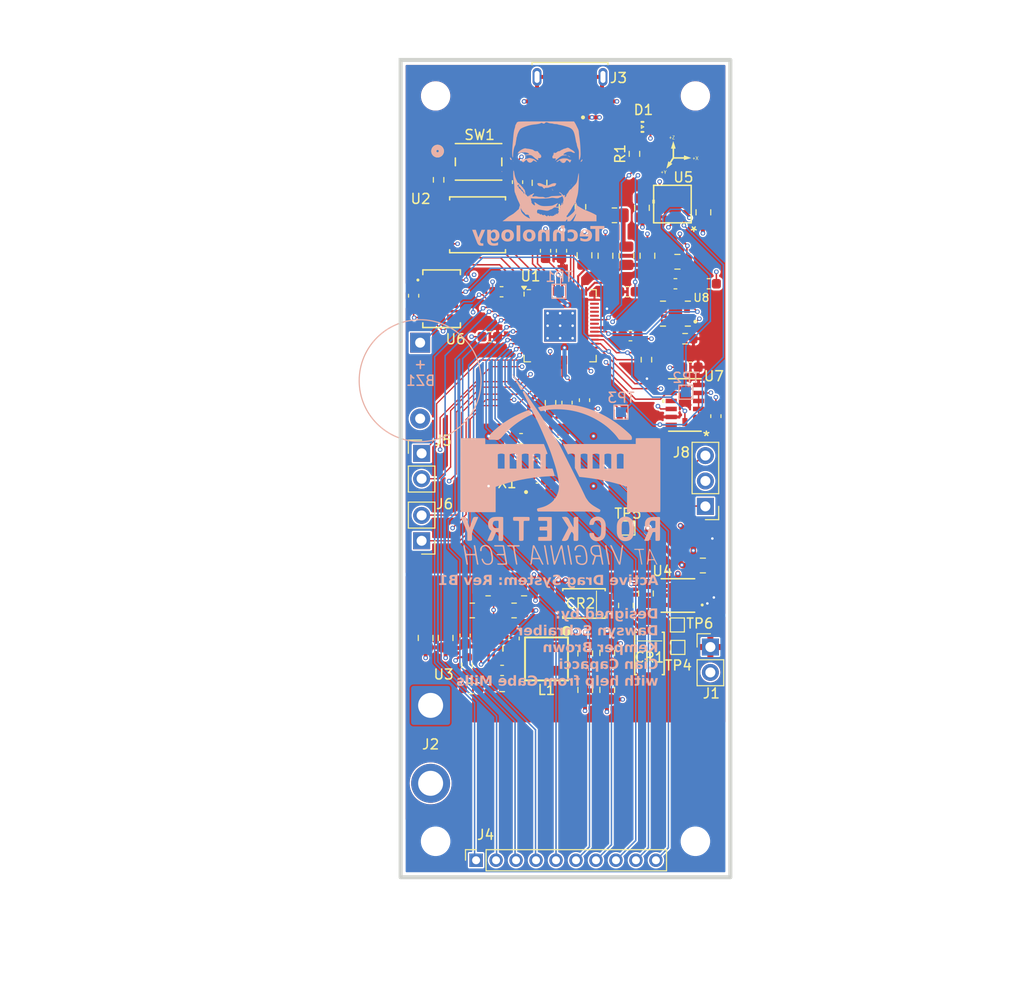
<source format=kicad_pcb>
(kicad_pcb (version 20240108) (generator "pcbnew") (generator_version "8.0")
  (layers (0 "F.Cu" signal) (1 "In1.Cu" signal) (2 "In2.Cu" signal) (31 "B.Cu" signal) (34 "B.Paste" user) (35 "F.Paste" user) (36 "B.SilkS" user "B.Silkscreen") (37 "F.SilkS" user "F.Silkscreen") (38 "B.Mask" user) (39 "F.Mask" user) (44 "Edge.Cuts" user))
  (net 0 "")
  (net 1 "GND")
  (net 2 "/MCU_RP2040/BUZZ_OUT")
  (net 3 "+1V1")
  (net 4 "Net-(U1-ADC_AVDD)")
  (net 5 "/MCU_RP2040/XIN")
  (net 6 "/VBAT")
  (net 7 "Net-(U3-VCC)")
  (net 8 "Net-(U3-SW)")
  (net 9 "Net-(U3-VBST)")
  (net 10 "Net-(U3-FB)")
  (net 11 "Net-(U4-IN)")
  (net 12 "Net-(D1-Pad2)")
  (net 13 "/MCU_RP2040/SWCLK")
  (net 14 "/MCU_RP2040/SWDIO")
  (net 15 "/MCU_RP2040/USB_D+")
  (net 16 "/MCU_RP2040/USB_D-")
  (net 17 "/MCU_RP2040/UART0_RX")
  (net 18 "/MCU_RP2040/UART0_TX")
  (net 19 "/MCU_RP2040/I2C1_SDA")
  (net 20 "/MCU_RP2040/I2C1_SCL")
  (net 21 "/MCU_RP2040/ADC_VREF")
  (net 22 "/MCU_RP2040/I2C0_SCL")
  (net 23 "/MCU_RP2040/I2C0_SDA")
  (net 24 "/MCU_RP2040/XOUT")
  (net 25 "/MCU_RP2040/QSPI_SS")
  (net 26 "Net-(U3-EN)")
  (net 27 "Net-(U3-PG)")
  (net 28 "Net-(U4-EN)")
  (net 29 "/MCU_RP2040/LED_OUT")
  (net 30 "/MCU_RP2040/QSPI_SD1")
  (net 31 "/HG1")
  (net 33 "/MCU_RP2040/CLKOUT")
  (net 35 "/MCU_RP2040/QSPI_SD2")
  (net 37 "/MCU_RP2040/QSPI_SD0")
  (net 38 "/MCU_RP2040/QSPI_SD3")
  (net 42 "/HG2")
  (net 43 "/MCU_RP2040/QSPI_SCLK")
  (net 44 "/MG")
  (net 50 "/MCU_RP2040/USB_DP")
  (net 51 "/MCU_RP2040/USB_DN")
  (net 52 "/+3V3")
  (net 53 "/+5V")
  (net 54 "/VBUS")
  (net 55 "Net-(U5-CAP)")
  (net 56 "/MAG")
  (net 65 "Net-(C11-Pad1)")
  (net 67 "Net-(R9-Pad1)")
  (net 68 "Net-(R14-Pad2)")
  (net 75 "/MCU_RP2040/GPIO2")
  (net 76 "/MCU_RP2040/GPIO10")
  (net 77 "/MCU_RP2040/GPIO4")
  (net 78 "/MCU_RP2040/GPIO8")
  (net 79 "/MCU_RP2040/GPIO6")
  (net 80 "/MCU_RP2040/GPIO7")
  (net 81 "/MCU_RP2040/GPIO9")
  (net 82 "/MCU_RP2040/GPIO11")
  (net 83 "/MCU_RP2040/GPIO3")
  (net 84 "/MCU_RP2040/GPIO1")
  (footprint "Capacitor_SMD:C_0805_2012Metric" (layer "F.Cu") (at 161.8 75.65 90)
    (property "Reference" "C29" (hide yes))
    (property "Value" "1uF")
  )
  (footprint "active-drag-system:SON8_MS5611_TEC" (layer "F.Cu") (at 135.6 84.3)
    (property "Reference" "U6")
    (property "Value" "MS560702BA03-50")
  )
  (footprint "Capacitor_SMD:C_0603_1608Metric" (layer "F.Cu") (at 163.05 96.05 90)
    (property "Reference" "C32" (hide yes))
    (property "Value" "100nF")
  )
  (footprint "Resistor_SMD:R_0603_1608Metric" (layer "F.Cu") (at 146.5 94.725 -90)
    (property "Reference" "R8" (hide yes))
    (property "Value" "1k")
  )
  (footprint "active-drag-system:SOIC_128JVSIQ_WIN" (layer "F.Cu") (at 139.2 76.9)
    (property "Reference" "U2")
    (property "Value" "W25Q128JVSIQ")
  )
  (footprint "active-drag-system:SDO_CFP5_SOD128_NEX" (layer "F.Cu") (at 149.85 114.8 180)
    (property "Reference" "CR2")
    (property "Value" "PMEG3050EP_115")
  )
  (footprint "active-drag-system:LGA_CC-14-1_ADI" (layer "F.Cu") (at 159.95 94.931502 180)
    (property "Reference" "U7")
    (property "Value" "ADXL375BCCZ")
  )
  (footprint "Capacitor_SMD:C_0805_2012Metric" (layer "F.Cu") (at 145.4 72.7 90)
    (property "Reference" "C13" (hide yes))
    (property "Value" "2.2uF")
  )
  (footprint "Resistor_SMD:R_0805_2012Metric" (layer "F.Cu") (at 140.254101 113.300126)
    (property "Reference" "R12" (hide yes))
    (property "Value" "100k")
  )
  (footprint "Capacitor_SMD:C_0603_1608Metric" (layer "F.Cu") (at 137.954101 118.000126 -90)
    (property "Reference" "C19" (hide yes))
    (property "Value" "100nF")
  )
  (footprint "Resistor_SMD:R_0603_1608Metric" (layer "F.Cu") (at 135.3 72.4 -90)
    (property "Reference" "R9" (hide yes))
    (property "Value" "1k")
  )
  (footprint "Resistor_SMD:R_0603_1608Metric" (layer "F.Cu") (at 141.654101 123.100126)
    (property "Reference" "R11" (hide yes))
    (property "Value" "150k")
  )
  (footprint "Capacitor_SMD:C_0603_1608Metric" (layer "F.Cu") (at 162.325 82.8)
    (property "Reference" "C31" (hide yes))
    (property "Value" "10nF")
  )
  (footprint "TestPoint:TestPoint_Pad_1.0x1.0mm" (layer "F.Cu") (at 159.1978 116.95)
    (property "Reference" "TP6")
    (property "Value" "VSYS")
  )
  (footprint "Capacitor_SMD:C_0805_2012Metric" (layer "F.Cu") (at 152.175887 123.45 -90)
    (property "Reference" "C22" (hide yes))
    (property "Value" "22uF")
  )
  (footprint "Capacitor_SMD:C_0805_2012Metric" (layer "F.Cu") (at 149.975887 119.8 90)
    (property "Reference" "C20" (hide yes))
    (property "Value" "22uF")
  )
  (footprint "Connector_PinHeader_2.54mm:PinHeader_1x02_P2.54mm_Vertical" (layer "F.Cu") (at 133.6 99.775)
    (property "Reference" "J5")
    (property "Value" "Conn_01x02_Pin")
  )
  (footprint "Resistor_SMD:R_0603_1608Metric" (layer "F.Cu") (at 159.975 88.3 180)
    (property "Reference" "R6" (hide yes))
    (property "Value" "10k")
  )
  (footprint "Resistor_SMD:R_0603_1608Metric" (layer "F.Cu") (at 147.9 75.1 -90)
    (property "Reference" "R3" (hide yes))
    (property "Value" "27")
  )
  (footprint "Capacitor_SMD:C_0603_1608Metric" (layer "F.Cu") (at 143.55 98.3 180)
    (property "Reference" "C10" (hide yes))
    (property "Value" "15pF")
  )
  (footprint "MountingHole:MountingHole_2.7mm_M2.5" (layer "F.Cu") (at 161 138.6)
    (property "Reference" "H3" (hide yes))
    (property "Value" "MountingHole")
  )
  (footprint "Capacitor_SMD:C_0603_1608Metric" (layer "F.Cu") (at 142.854101 118.300126 -90)
    (property "Reference" "C16" (hide yes))
    (property "Value" "100nF")
  )
  (footprint "Connector_Wire:SolderWire-2sqmm_1x02_P7.8mm_D2mm_OD3.9mm" (layer "F.Cu") (at 134.5 125 -90)
    (property "Reference" "J2")
    (property "Value" "Conn_01x02_Socket")
  )
  (footprint "Resistor_SMD:R_0805_2012Metric" (layer "F.Cu") (at 142.854101 115.500126 180)
    (property "Reference" "R13" (hide yes))
    (property "Value" "100k")
  )
  (footprint "Capacitor_SMD:C_0805_2012Metric" (layer "F.Cu") (at 155.65 75.2 -90)
    (property "Reference" "C30" (hide yes))
    (property "Value" "10uF")
  )
  (footprint "Connector_PinHeader_2.54mm:PinHeader_1x02_P2.54mm_Vertical" (layer "F.Cu") (at 133.6 108.525 180)
    (property "Reference" "J6")
    (property "Value" "Conn_01x02_Pin")
  )
  (footprint "Capacitor_SMD:C_0603_1608Metric" (layer "F.Cu") (at 159 82.8)
    (property "Reference" "C33" (hide yes))
    (property "Value" "100nF")
  )
  (footprint "Capacitor_SMD:C_0805_2012Metric" (layer "F.Cu") (at 156.0494 113.8 90)
    (property "Reference" "C26" (hide yes))
    (property "Value" "10uF")
  )
  (footprint "Capacitor_SMD:C_0805_2012Metric" (layer "F.Cu") (at 156.2 80 90)
    (property "Reference" "C5" (hide yes))
    (property "Value" "2.2uF")
  )
  (footprint "Capacitor_SMD:C_0603_1608Metric" (layer "F.Cu") (at 154.5 88)
    (property "Reference" "C9" (hide yes))
    (property "Value" "100nF")
  )
  (footprint "TestPoint:TestPoint_Pad_1.0x1.0mm" (layer "F.Cu") (at 159.2478 119.2)
    (property "Reference" "TP4")
    (property "Value" "5V")
  )
  (footprint "Capacitor_SMD:C_0603_1608Metric" (layer "F.Cu") (at 141.654101 121.500126)
    (property "Reference" "C24" (hide yes))
    (property "Value" "22pF")
  )
  (footprint "Capacitor_SMD:C_0603_1608Metric" (layer "F.Cu") (at 140.425 88.1 180)
    (property "Reference" "C8" (hide yes))
    (property "Value" "100nF")
  )
  (footprint "active-drag-system:SON_DFN6_3X3_STM" (layer "F.Cu") (at 159.25 114 180)
    (property "Reference" "U4")
    (property "Value" "LD39200PU33R")
  )
  (footprint "active-drag-system:WL-SMCW_0603" (layer "F.Cu") (at 155.7 67.1 180)
    (property "Reference" "D1")
    (property "Value" "WL-SMCW_0603")
  )
  (footprint "Resistor_SMD:R_0603_1608Metric" (layer "F.Cu") (at 156.1 90.4 90)
    (property "Reference" "R5" (hide yes))
    (property "Value" "10k")
  )
  (footprint "active-drag-system:PQFN50P250X300X97-14N" (layer "F.Cu") (at 159 85.79 180)
    (property "Reference" "U8")
    (property "Value" "IIM-42653")
  )
  (footprint "Capacitor_SMD:C_0603_1608Metric" (layer "F.Cu") (at 149.9 94.45 -90)
    (property "Reference" "C15" (hide yes))
    (property "Value" "100nF")
  )
  (footprint "Resistor_SMD:R_0603_1608Metric" (layer "F.Cu") (at 138.554101 123.300126 180)
    (property "Reference" "R14" (hide yes))
    (property "Value" "10k")
  )
  (footprint "Capacitor_SMD:C_0805_2012Metric" (layer "F.Cu") (at 149.9 79.95 90)
    (property "Reference" "C3" (hide yes))
    (property "Value" "2.2uF")
  )
  (footprint "Capacitor_SMD:C_0603_1608Metric" (layer "F.Cu") (at 146 79.5 90)
    (property "Reference" "C2" (hide yes))
    (property "Value" "100nF")
  )
  (footprint "Capacitor_SMD:C_0805_2012Metric" (layer "F.Cu") (at 149.975887 123.45 -90)
    (property "Reference" "C21" (hide yes))
    (property "Value" "22uF")
  )
  (footprint "Capacitor_SMD:C_0805_2012Metric" (layer "F.Cu") (at 134 118.25 -90)
    (property "Reference" "C18" (hide yes))
    (property "Value" "10uF")
  )
  (footprint "MountingHole:MountingHole_2.7mm_M2.5" (layer "F.Cu") (at 135 138.6)
    (property "Reference" "H4" (hide yes))
    (property "Value" "MountingHole")
  )
  (footprint "active-drag-system:XTAL_ABM8AIG-12.000MHZ-12-2Z-T3" (layer "F.Cu") (at 145.15 101.5 90)
    (property "Reference" "X1")
    (property "Value" "ABM8AIG-12.000MHZ-12-2Z-T3")
  )
  (footprint "Capacitor_SMD:C_0603_1608Metric" (layer "F.Cu") (at 141.6 83.6 180)
    (property "Reference" "C6" (hide yes))
    (property "Value" "100nF")
  )
  (footprint "Connector_PinSocket_2.00mm:PinSocket_1x10_P2.00mm_Vertical" (layer "F.Cu") (at 139.05 140.5 90)
    (property "Reference" "J4")
    (property "Value" "Conn_01x10")
  )
  (footprint "Capacitor_SMD:C_0603_1608Metric" (layer "F.Cu") (at 160.5 91.15 180)
    (property "Reference" "C35" (hide yes))
    (property "Value" "100nF")
  )
  (footprint "active-drag-system:VQFN-HR12_RJN_TEX" (layer "F.Cu") (at 140.554101 118.600126)
    (property "Reference" "U3")
    (property "Value" "TPS51386RJNR")
  )
  (footprint "Capacitor_SMD:C_0805_2012Metric" (layer "F.Cu") (at 152 80 90)
    (property "Reference" "C4" (hide yes))
    (property "Value" "2.2uF")
  )
  (footprint "active-drag-system:SW4_PTS815_SJM_250_SMTR_LFS_CNK" (layer "F.Cu") (at 139.3 70.6)
    (property "Reference" "SW1")
    (property "Value" "PTS815 SJM 250 SMTR LFS")
  )
  (footprint "active-drag-system:QFN-56-1EP_7x7mm_P0.4mm_EP3.2x3.2mm_ThermalVias" (layer "F.Cu") (at 147.4625 87)
    (property "Reference" "U1")
    (property "Value" "RP2040")
  )
  (footprint "Capacitor_SMD:C_0805_2012Metric" (layer "F.Cu") (at 152.175887 119.75 90)
    (property "Reference" "C23" (hide yes))
    (property "Value" "22uF")
  )
  (footprint "active-drag-system:WE-MAIA_4020" (layer "F.Cu") (at 146.0978 120.35 -90)
    (property "Reference" "L1")
    (property "Value" "WE-MAIA_4020")
  )
  (footprint "Capacitor_SMD:C_0603_1608Metric" (layer "F.Cu") (at 147.6 79.5 90)
    (property "Reference" "C1" (hide yes))
    (property "Value" "100nF")
  )
  (footprint "Capacitor_SMD:C_0805_2012Metric" (layer "F.Cu") (at 136 118.25 -90)
    (property "Reference" "C17" (hide yes))
    (property "Value" "10uF")
  )
  (footprint "Connector_PinHeader_2.54mm:PinHeader_1x02_P2.54mm_Vertical" (layer "F.Cu") (at 162.5 119.16)
    (property "Reference" "J1")
    (property "Value" "Conn_01x02_Pin")
  )
  (footprint "Connector_PinHeader_2.54mm:PinHeader_1x03_P2.54mm_Vertical" (layer "F.Cu") (at 162 105.08 180)
    (property "Reference" "J8")
    (property "Value" "Conn_01x03_Pin")
  )
  (footprint "TestPoint:TestPoint_Pad_1.0x1.0mm" (layer "F.Cu") (at 154.25 107.25)
    (property "Reference" "TP5")
    (property "Value" "3V3")
  )
  (footprint "Resistor_SMD:R_0805_2012Metric" (layer "F.Cu") (at 154.0494 115 90)
    (property "Reference" "R16" (hide yes))
    (property "Value" "100k")
  )
  (footprint "active-drag-system:AMPHENOL_10118193-0001LF" (layer "F.Cu") (at 148.45 62.1 180)
    (property "Reference" "J3")
    (property "Value" "10118193-0001LF")
  )
  (footprint "Capacitor_SMD:C_0603_1608Metric" (layer "F.Cu") (at 132.8 84 -90)
    (property "Reference" "C28" (hide yes))
    (property "Value" "100nF")
  )
  (footprint "Resistor_SMD:R_0805_2012Metric" (layer "F.Cu") (at 154.1 80 -90)
    (property "Reference" "R7" (hide yes))
    (property "Value" "1")
  )
  (footprint "Capacitor_SMD:C_0805_2012Metric" (layer "F.Cu") (at 159.2 80.6)
    (property "Reference" "C34" (hide yes))
    (property "Value" "2.2uF")
  )
  (footprint "MountingHole:MountingHole_2.7mm_M2.5" (layer "F.Cu") (at 135 64)
    (property "Reference" "H1" (hide yes))
    (property "Value" "MountingHole")
  )
  (footprint "Capacitor_SMD:C_0603_1608Metric" (layer "F.Cu") (at 147.3 98.8)
    (property "Reference" "C11" (hide yes))
    (property "Value" "15pF")
  )
  (footprint "Resistor_SMD:R_0805_2012Metric" (layer "F.Cu") (at 152.9 75.95)
    (property "Reference" "R2" (hide yes))
    (property "Value" "200")
  )
  (footprint "Resistor_SMD:R_0603_1608Metric_Pad0.98x0.95mm_HandSolder" (layer "F.Cu") (at 154.9 69.8 90)
    (property "Reference" "R1")
    (property "Value" "100")
  )
  (footprint "Resistor_SMD:R_0603_1608Metric" (layer "F.Cu") (at 149.5 75.1 -90)
    (property "Reference" "R4" (hide yes))
    (property "Value" "27")
  )
  (footprint "active-drag-system:3_axis" (layer "F.Cu") (at 159.35 69.8)
    (property "Reference" "G***" (hide yes))
    (property "Value" "LOGO" (hide yes))
  )
  (footprint "active-drag-system:SDO_CFP5_SOD128_NEX" (layer "F.Cu") (at 156.3978 119.8 -90)
    (property "Reference" "CR1")
    (property "Value" "PMEG3050EP_115")
  )
  (footprint "Capacitor_SMD:C_0603_1608Metric" (layer "F.Cu") (at 148.15 94.7 -90)
    (property "Reference" "C14" (hide yes))
    (property "Value" "100nF")
  )
  (footprint "MountingHole:MountingHole_2.7mm_M2.5" (layer "F.Cu") (at 161 64)
    (property "Reference" "H2" (hide yes))
    (property "Value" "MountingHole")
  )
  (footprint "Capacitor_SMD:C_0805_2012Metric" (layer "F.Cu") (at 143.854101 113.300126)
    (property "Reference" "C25" (hide yes))
    (property "Value" "1uF")
  )
  (footprint "Resistor_SMD:R_0603_1608Metric" (layer "F.Cu") (at 138.154101 121.000126 90)
    (property "Reference" "R15" (hide yes))
    (property "Value" "10k")
  )
  (footprint "active-drag-system:MMC5983MA_MEM" (layer "F.Cu") (at 158.7 74.825001 180)
    (property "Reference" "U5")
    (property "Value" "MMC5983MA")
  )
  (footprint "Capacitor_SMD:C_0805_2012Metric" (layer "F.Cu") (at 161.7478 111 180)
    (property "Reference" "C27" (hide yes))
    (property "Value" "10uF")
  )
  (footprint "Capacitor_SMD:C_0603_1608Metric" (layer "F.Cu") (at 143.2 72.625 90)
    (property "Reference" "C12" (hide yes))
    (property "Value" "100nF")
  )
  (footprint "Capacitor_SMD:C_0603_1608Metric" (layer "F.Cu") (at 154.2 83.6)
    (property "Reference" "C7" (hide yes))
    (property "Value" "100nF")
  )
  (footprint "Resistor_SMD:R_0805_2012Metric" (layer "F.Cu") (at 138.666601 115.500126)
    (property "Reference" "R10" (hide yes))
    (property "Value" "100k")
  )
  (footprint "TestPoint:TestPoint_Pad_1.0x1.0mm" (layer "B.Cu") (at 153.55 95.65 180)
    (property "Reference" "TP3")
    (property "Value" "SDA0")
  )
  (footprint "active-drag-system:rocketry_logo" (layer "B.Cu") (at 147.5 101.4 180)
    (property "Reference" "G***" (hide yes))
    (property "Value" "LOGO" (hide yes))
  )
  (footprint "TestPoint:TestPoint_Pad_1.0x1.0mm" (layer "B.Cu") (at 160.05 93.65 180)
    (property "Reference" "TP2")
    (property "Value" "SCL0")
  )
  (footprint "TestPoint:TestPoint_Pad_1.0x1.0mm" (layer "B.Cu") (at 147.35 83.55 180)
    (property "Reference" "TP1")
    (property "Value" "VCORE")
  )
  (footprint "active-drag-system:cringe_cam" (layer "B.Cu") (at 146.1 71.55 180)
    (property "Reference" "G***" (hide yes))
    (property "Value" "LOGO" (hide yes))
  )
  (footprint "Buzzer_Beeper:Buzzer_12x9.5RM7.6" (layer "B.Cu") (at 133.45 88.7 -90)
    (property "Reference" "BZ1")
    (property "Value" "Buzzer")
  )
  (gr_rect (start 131.5 60.4) (end 164.5 142.2) (stroke (width 0.4)) (fill none) (layer "Edge.Cuts"))
  (gr_text "Active Drag System: Rev B1\n\nDesigned by:\nDawsyn Schraiber\nKemper Brown\nCian Capacci\nwith help from Gabe Mills" (at 157.3 123.2 0) (layer "B.SilkS") (effects (font (size 1 1) (thickness 0.25) (bold yes)) (justify left bottom mirror)))
  (gr_text "Technology" (at 151.9 78.8 0) (layer "B.SilkS") (effects (font (size 1.5 1.5) (thickness 0.2) (bold yes)) (justify left bottom mirror)))
  (segment (start 159.25 114) (end 159.25 111.8022) (width 0.55) (layer "F.Cu") (net 1))
  (segment (start 132.8 86.15) (end 132.85 86.2) (width 0.15) (layer "F.Cu") (net 1))
  (segment (start 149.949688 125.543699) (end 149.949688 124.500126) (width 0.4) (layer "F.Cu") (net 1))
  (segment (start 156.724999 75.075001) (end 155.65 76.15) (width 0.2) (layer "F.Cu") (net 1))
  (segment (start 135.45 99.4) (end 135.45 96.19079) (width 0.127) (layer "F.Cu") (net 1))
  (segment (start 152 79.05) (end 152 77.6) (width 0.2) (layer "F.Cu") (net 1))
  (segment (start 146.4625 89.5625) (end 146.4625 90.4375) (width 0.127) (layer "F.Cu") (net 1))
  (segment (start 156.2 79.05) (end 156.2 77.8) (width 0.2) (layer "F.Cu") (net 1))
  (segment (start 160.7978 109.75) (end 160.7978 108.2978) (width 0.55) (layer "F.Cu") (net 1))
  (segment (start 145.3 71.85) (end 145.4 71.75) (width 0.15) (layer "F.Cu") (net 1))
  (segment (start 149.9 79) (end 149.9 77.6) (width 0.2) (layer "F.Cu") (net 1))
  (segment (start 158.8 84.2) (end 158.8 83.775) (width 0.15) (layer "F.Cu") (net 1))
  (segment (start 138.05 96.39079) (end 138.05 105.9) (width 0.127) (layer "F.Cu") (net 1))
  (segment (start 160.15 80.6) (end 160.15 79.05) (width 0.15) (layer "F.Cu") (net 1))
  (segment (start 152.175887 118.8) (end 152.175887 117.556175) (width 0.4) (layer "F.Cu") (net 1))
  (segment (start 140.7 82.6) (end 140.7 83.475) (width 0.15) (layer "F.Cu") (net 1))
  (segment (start 143.2 70.5) (end 143.2 71.85) (width 0.15) (layer "F.Cu") (net 1))
  (segment (start 136.7 86.6) (end 135.75 87.55) (width 0.15) (layer "F.Cu") (net 1))
  (segment (start 156.5 68.25) (end 156.5 67.1) (width 0.2) (layer "F.Cu") (net 1))
  (segment (start 138.279227 119.100252) (end 140.0478 119.100252) (width 0.4) (layer "F.Cu") (net 1))
  (segment (start 159 84.4) (end 159 84.88) (width 0.15) (layer "F.Cu") (net 1))
  (segment (start 163.05 95.275) (end 163.05 94.15) (width 0.15) (layer "F.Cu") (net 1))
  (segment (start 147.25 62.1) (end 147.25 62.55) (width 0.15) (layer "F.Cu") (net 1))
  (segment (start 136.7 86.175) (end 136.7 86.6) (width 0.15) (layer "F.Cu") (net 1))
  (segment (start 137.479227 119.25) (end 136.05 119.25) (width 0.4) (layer "F.Cu") (net 1))
  (segment (start 154.5978 112.85) (end 156.0494 112.85) (width 0.4) (layer "F.Cu") (net 1))
  (segment (start 163.1 82.8) (end 163.1 81.6) (width 0.15) (layer "F.Cu") (net 1))
  (segment (start 153.15 64.55) (end 151.65 64.55) (width 0.4) (layer "F.Cu") (net 1))
  (segment (start 144.8478 113.256427) (end 144.804101 113.300126) (width 0.4) (layer "F.Cu") (net 1))
  (segment (start 160.15 79.05) (end 160.2 79) (width 0.15) (layer "F.Cu") (net 1))
  (segment (start 140.04079 94.4) (end 138.05 96.39079) (width 0.127) (layer "F.Cu") (net 1))
  (segment (start 146 78.725) (end 146 77.3) (width 0.2) (layer "F.Cu") (net 1))
  (segment (start 152.143387 125.65) (end 152.143387 124.506427) (width 0.4) (layer "F.Cu") (net 1))
  (segment (start 160.7978 108.2978) (end 159.5 107) (width 0.55) (layer "F.Cu") (net 1))
  (segment (start 140.804164 115.45) (end 140.804164 117.200126) (width 0.15) (layer "F.Cu") (net 1))
  (segment (start 141.550001 71.674999) (end 143.024999 71.674999) (width 0.15) (layer "F.Cu") (net 1))
  (segment (start 161.16 86.54) (end 160.16 86.54) (width 0.15) (layer "F.Cu") (net 1))
  (segment (start 134.5 86.175) (end 134.5 86.3) (width 0.15) (layer "F.Cu") (net 1))
  (segment (start 160.6978 113.049999) (end 160.6978 111.1) (width 0.55) (layer "F.Cu") (net 1))
  (segment (start 162.518498 93.731502) (end 162.55 93.7) (width 0.15) (layer "F.Cu") (net 1))
  (segment (start 140.7 83.475) (end 140.825 83.6) (width 0.15) (layer "F.Cu") (net 1))
  (segment (start 159.25 111.8022) (end 159.2478 111.8) (width 0.55) (layer "F.Cu") (net 1))
  (segment (start 136.35 102.55) (end 137.05 101.85) (width 0.127) (layer "F.Cu") (net 1))
  (segment (start 145 113.496025) (end 144.804101 113.300126) (width 0.4) (layer "F.Cu") (net 1))
  (segment (start 134.5 86.3) (end 135.75 87.55) (width 0.15) (layer "F.Cu") (net 1))
  (segment (start 143.85 64.55) (end 145.25 64.55) (width 0.4) (layer "F.Cu") (net 1))
  (segment (start 153.51946 118.8) (end 152.175887 118.8) (width 0.4) (layer "F.Cu") (net 1))
  (segment (start 152.169586 124.406301) (end 152.175887 124.4) (width 0.4) (layer "F.Cu") (net 1))
  (segment (start 149.975887 117.656175) (end 149.969586 117.649874) (width 0.4) (layer "F.Cu") (net 1))
  (segment (start 143.2 71.85) (end 145.3 71.85) (width 0.15) (layer "F.Cu") (net 1))
  (segment (start 132.95 84.925) (end 132.8 84.775) (width 0.15) (layer "F.Cu") (net 1))
  (segment (start 159.45 77.8) (end 159.45 78.25) (width 0.2) (layer "F.Cu") (net 1))
  (segment (start 157.425001 72.575001) (end 157.425001 74.075) (width 0.2) (layer "F.Cu") (net 1))
  (segment (start 138.154101 120.175126) (end 137.324874 120.175126) (width 0.2) (layer "F.Cu") (net 1))
  (segment (start 137.05 101.85) (end 137.05 95.65) (width 0.127) (layer "F.Cu") (net 1))
  (segment (start 135.45 96.19079) (end 140.54079 91.1) (width 0.127) (layer "F.Cu") (net 1))
  (segment (start 137.324874 120.175126) (end 137 120.5) (width 0.2) (layer "F.Cu") (net 1))
  (segment (start 136.05 119.25) (end 136 119.2) (width 0.4) (layer "F.Cu") (net 1))
  (segment (start 147.15 64.775) (end 145.475 64.775) (width 0.4) (layer "F.Cu") (net 1))
  (segment (start 158.5 84.88) (end 158.5 84.5) (width 0.15) (layer "F.Cu") (net 1))
  (segment (start 151.25 95.3) (end 149.975 95.3) (width 0.2) (layer "F.Cu") (net 1))
  (segment (start 145.15 64.45) (end 145.25 64.55) (width 0.4) (layer "F.Cu") (net 1))
  (segment (start 142.85 94.4) (end 140.04079 94.4) (width 0.127) (layer "F.Cu") (net 1))
  (segment (start 140.804164 115.45) (end 140.804164 113.662563) (width 0.15) (layer "F.Cu") (net 1))
  (segment (start 154.975 82.625) (end 154.975 83.6) (width 0.2) (layer "F.Cu") (net 1))
  (segment (start 140.804164 113.662563) (end 141.166601 113.300126) (width 0.15) (layer "F.Cu") (net 1))
  (segment (start 137.954101 118.775126) (end 137.479227 119.25) (width 0.4) (layer "F.Cu") (net 1))
  (segment (start 160.7978 111) (end 159.6978 111) (width 0.55) (layer "F.Cu") (net 1))
  (segment (start 155.275 88.3) (end 156.6 88.3) (width 0.15) (layer "F.Cu") (net 1))
  (segment (start 136 119.2) (end 136 120.25) (width 0.4) (layer "F.Cu") (net 1))
  (segment (start 161.4 86.3) (end 161.16 86.54) (width 0.15) (layer "F.Cu") (net 1))
  (segment (start 132.875 86.175) (end 132.85 86.2) (width 0.15) (layer "F.Cu") (net 1))
  (segment (start 155.7 76.2) (end 155.65 76.15) (width 0.2) (layer "F.Cu") (net 1))
  (segment (start 143.6 70.1) (end 143.2 70.5) (width 0.15) (layer "F.Cu") (net 1))
  (segment (start 159.6978 111) (end 159.6478 110.95) (width 0.55) (layer "F.Cu") (net 1))
  (segment (start 158.5 84.5) (end 158.8 84.2) (width 0.15) (layer "F.Cu") (net 1))
  (segment (start 159.6478 110.95) (end 159.6478 110.8978) (width 0.55) (layer "F.Cu") (net 1))
  (segment (start 135.6551 78.805) (end 137.195 78.805) (width 0.15) (layer "F.Cu") (net 1))
  (segment (start 159.775 80.975) (end 160.15 80.6) (width 0.15) (layer "F.Cu") (net 1))
  (segment (start 162.993499 95.331501) (end 163.05 95.275) (width 0.15) (layer "F.Cu") (net 1))
  (segment (start 149.65 62.1) (end 147.25 62.1) (width 0.4) (layer "F.Cu") (net 1))
  (segment (start 143.024999 71.674999) (end 143.2 71.85) (width 0.15) (layer "F.Cu") (net 1))
  (segment (start 158.5 91.15) (end 158.45 91.2) (width 0.15) (layer "F.Cu") (net 1))
  (segment (start 152.175887 117.556175) (end 152.169586 117.549874) (width 0.4) (layer "F.Cu") (net 1))
  (segment (start 149.6478 118.85) (end 149.975887 118.85) (width 0.4) (layer "F.Cu") (net 1))
  (segment (start 160.6978 111.1) (end 160.7978 111) (width 0.55) (layer "F.Cu") (net 1))
  (segment (start 157.425001 75.075001) (end 156.724999 75.075001) (width 0.2) (layer "F.Cu") (net 1))
  (segment (start 153.71946 124.4) (end 152.175887 124.4) (width 0.4) (layer "F.Cu") (net 1))
  (segment (start 137.954101 118.775126) (end 137.954101 119.975126) (width 0.4) (layer "F.Cu") (net 1))
  (segment (start 148.15 95.475) (end 149.65 95.475) (width 0.2) (layer "F.Cu") (net 1))
  (segment (start 132.8 84.775) (end 132.8 86.15) (width 0.15) (layer "F.Cu") (net 1))
  (segment (start 160.7978 111) (end 160.7978 109.75) (width 0.55) (layer "F.Cu") (net 1))
  (segment (start 157.531501 95.331501) (end 157.25 95.05) (width 0.15) (layer "F.Cu") (net 1))
  (segment (start 149.65 95.475) (end 149.9 95.225) (width 0.2) (layer "F.Cu") (net 1))
  (segment (start 157.55 93.3) (end 154.7 93.3) (width 0.15) (layer "F.Cu") (net 1))
  (segment (start 139.55 93.15) (end 143.2 93.15) (width 0.127) (layer "F.Cu") (net 1))
  (segment (start 144.8478 111.9) (end 144.8478 113.256427) (width 0.4) (layer "F.Cu") (net 1))
  (segment (start 147.6 78.725) (end 147.6 77.4) (width 0.2) (layer "F.Cu") (net 1))
  (segment (start 161.8 76.6) (end 161.75 76.65) (width 0.4) (layer "F.Cu") (net 1))
  (segment (start 158.8 84.2) (end 159 84.4) (width 0.15) (layer "F.Cu") (net 1))
  (segment (start 161.320901 96.131502) (end 161.320901 93.731502) (width 0.15) (layer "F.Cu") (net 1))
  (segment (start 137.05 95.65) (end 139.55 93.15) (width 0.127) (layer "F.Cu") (net 1))
  (segment (start 148.9978 117.6) (end 148.9978 118.2) (width 0.4) (layer "F.Cu") (net 1))
  (segment (start 161.320901 93.731502) (end 162.518498 93.731502) (width 0.15) (layer "F.Cu") (net 1))
  (segment (start 159.45 78.25) (end 160.2 79) (width 0.2) (layer "F.Cu") (net 1))
  (segment (start 149.975 95.3) (end 149.9 95.225) (width 0.2) (layer "F.Cu") (net 1))
  (segment (start 138.05 105.9) (end 136.7 107.25) (width 0.127) (layer "F.Cu") (net 1))
  (segment (start 145.475 64.775) (end 145.25 64.55) (width 0.15) (layer "F.Cu") (net 1))
  (segment (start 151.75 62.1) (end 149.65 62.1) (width 0.4) (layer "F.Cu") (net 1))
  (segment (start 159.6478 110.8978) (end 156.25 107.5) (width 0.55) (layer "F.Cu") (net 1))
  (segment (start 145 114.5) (end 145 113.496025) (width 0.4) (layer "F.Cu") (net 1))
  (segment (start 141.550001 71.674999) (end 137.049999 71.674999) (width 0.15) (layer "F.Cu") (net 1))
  (segment (start 160.7978 109.75) (end 160.7978 109.5) (width 0.55) (layer "F.Cu") (net 1))
  (segment (start 137.954101 118.775126) (end 138.279227 119.100252) (width 0.4) (layer "F.Cu") (net 1))
  (segment (start 148.9978 118.2) (end 149.6478 118.85) (width 0.4) (layer "F.Cu") (net 1))
  (segment (start 160.200001 113.049999) (end 159.25 114) (width 0.55) (layer "F.Cu") (net 1))
  (segment (start 154.7 93.3) (end 152.05 90.65) (width 0.15) (layer "F.Cu") (net 1))
  (segment (start 161.320901 95.331501) (end 162.993499 95.331501) (width 0.15) (layer "F.Cu") (net 1))
  (segment (start 158.8 83.775) (end 159.775 82.8) (width 0.15) (layer "F.Cu") (net 1))
  (segment (start 159.775 82.8) (end 159.775 80.975) (width 0.15) (layer "F.Cu") (net 1))
  (segment (start 156.25 107.5) (end 156.25 107.25) (width 0.55) (layer "F.Cu") (net 1))
  (segment (start 140.54079 91.1) (end 143.65 91.1) (width 0.127) (layer "F.Cu") (net 1))
  (segment (start 136 119.2) (end 134 119.2) (width 0.4) (layer "F.Cu") (net 1))
  (segment (start 161.75 76.65) (end 161.75 77.75) (width 0.4) (layer "F.Cu") (net 1))
  (segment (start 160.6978 113.049999) (end 160.200001 113.049999) (width 0.55) (layer "F.Cu") (net 1))
  (segment (start 134 119.2) (end 134 120.25) (width 0.4) (layer "F.Cu") (net 1))
  (segment (start 149.975887 118.85) (end 149.975887 117.656175) (width 0.4) (layer "F.Cu") (net 1))
  (segment (start 139.65 88.1) (end 138.6 88.1) (width 0.15) (layer "F.Cu") (net 1))
  (segment (start 147.25 62.1) (end 145.15 62.1) (width 0.4) (layer "F.Cu") (net 1))
  (segment (start 137.954101 119.975126) (end 138.154101 120.175126) (width 0.2) (layer "F.Cu") (net 1))
  (segment (start 158.579099 95.331501) (end 157.531501 95.331501) (width 0.15) (layer "F.Cu") (net 1))
  (segment (start 151.65 62.2) (end 151.75 62.1) (width 0.4) (layer "F.Cu") (net 1))
  (segment (start 145.15 62.1) (end 145.15 64.45) (width 0.4) (layer "F.Cu") (net 1))
  (segment (start 134.5 84.925) (end 132.95 84.925) (width 0.15) (layer "F.Cu") (net 1))
  (segment (start 159.725 91.15) (end 158.5 91.15) (width 0.15) (layer "F.Cu") (net 1))
  (segment (start 134.5 86.175) (end 132.875 86.175) (width 0.15) (layer "F.Cu") (net 1))
  (segment (start 151.65 64.55) (end 151.65 62.2) (width 0.4) (layer "F.Cu") (net 1))
  (segment (start 143.2 93.15) (end 144.5 91.85) (width 0.127) (layer "F.Cu") (net 1))
  (segment (start 155.7 77.15) (end 155.7 76.2) (width 0.4) (layer "F.Cu") (net 1))
  (via (at 161.75 77.75) (size 0.4572) (drill 0.254) (layers "F.Cu" "B.Cu") (net 1))
  (via (at 156.25 107.25) (size 0.4572) (drill 0.254) (layers "F.Cu" "B.Cu") (net 1))
  (via (at 146 77.3) (size 0.4572) (drill 0.254) (layers "F.Cu" "B.Cu") (net 1))
  (via (at 146.4625 89.5625) (size 0.4572) (drill 0.254) (layers "F.Cu" "B.Cu") (net 1))
  (via (at 160.2 79) (size 0.4572) (drill 0.254) (layers "F.Cu" "B.Cu") (net 1))
  (via (at 137 120.5) (size 0.4572) (drill 0.254) (layers "F.Cu" "B.Cu") (net 1))
  (via (at 137.2 78.8) (size 0.4572) (drill 0.254) (layers "F.Cu" "B.Cu") (net 1))
  (via (at 154.975 82.625) (size 0.4572) (drill 0.254) (layers "F.Cu" "B.Cu") (net 1))
  (via (at 159.2478 111.8) (size 0.4572) (drill 0.254) (layers "F.Cu" "B.Cu") (net 1))
  (via (at 163.05 94.15) (size 0.4572) (drill 0.254) (layers "F.Cu" "B.Cu") (net 1))
  (via (at 135.75 87.55) (size 0.4572) (drill 0.254) (layers "F.Cu" "B.Cu") (net 1))
  (via (at 138.75 85.65) (size 0.4572) (drill 0.254) (layers "F.Cu" "B.Cu") (net 1))
  (via (at 153.15 64.55) (size 0.4572) (drill 0.254) (layers "F.Cu" "B.Cu") (net 1))
  (via (at 155.7 77.15) (size 0.4572) (drill 0.254) (layers "F.Cu" "B.Cu") (net 1))
  (via (at 136.35 102.55) (size 0.4572) (drill 0.254) (layers "F.Cu" "B.Cu") (net 1))
  (via (at 148.9978 117.6) (size 0.4572) (drill 0.254) (layers "F.Cu" "B.Cu") (net 1))
  (via (at 152.169586 117.549874) (size 0.4572) (drill 0.254) (layers "F.Cu" "B.Cu") (net 1))
  (via (at 138.6 88.1) (size 0.4572) (drill 0.254) (layers "F.Cu" "B.Cu") (net 1))
  (via (at 140.3 103.05) (size 0.4572) (drill 0.254) (layers "F.Cu" "B.Cu") (net 1))
  (via (at 140.3 98.05) (size 0.4572) (drill 0.254) (layers "F.Cu" "B.Cu") (net 1))
  (via (at 159.5 107) (size 0.4572) (drill 0.254) (layers "F.Cu" "B.Cu") (net 1))
  (via (at 143.85 64.55) (size 0.4572) (drill 0.254) (layers "F.Cu" "B.Cu") (net 1))
  (via (at 143.65 91.1) (size 0.4572) (drill 0.254) (layers "F.Cu" "B.Cu") (net 1))
  (via (at 151.25 95.3) (size 0.4572) (drill 0.254) (layers "F.Cu" "B.Cu") (net 1))
  (via (at 157.25 95.05) (size 0.4572) (drill 0.254) (layers "F.Cu" "B.Cu") (net 1))
  (via (at 155.25 71.95) (size 0.4572) (drill 0.254) (layers "F.Cu" "B.Cu") (net 1))
  (via (at 152 77.6) (size 0.4572) (drill 0.254) (layers "F.Cu" "B.Cu") (net 1))
  (via (at 150.8 103.05) (size 0.4572) (drill 0.254) (layers "F.Cu" "B.Cu") (net 1))
  (via (at 160.7978 109.5) (size 0.4572) (drill 0.254) (layers "F.Cu" "B.Cu") (net 1))
  (via (at 161.4 86.3) (size 0.4572) (drill 0.254) (layers "F.Cu" "B.Cu") (net 1))
  (via (at 150.8 98.05) (size 0.4572) (drill 0.254) (layers "F.Cu" "B.Cu") (net 1))
  (via (at 149.969586 117.649874) (size 0.4572) (drill 0.254) (layers "F.Cu" "B.Cu") (net 1))
  (via (at 153.51946 118.8) (size 0.4572) (drill 0.254) (layers "F.Cu" "B.Cu") (net 1))
  (via (at 135.45 99.4) (size 0.4572) (drill 0.254) (layers "F.Cu" "B.Cu") (net 1))
  (via (at 158.45 91.2) (size 0.4572) (drill 0.254) (layers "F.Cu" "B.Cu") (net 1))
  (via (at 149.9 77.6) (size 0.4572) (drill 0.254) (layers "F.Cu" "B.Cu") (net 1))
  (via (at 156.2 77.8) (size 0.4572) (drill 0.254) (layers "F.Cu" "B.Cu") (net 1))
  (via (at 159.45 77.8) (size 0.4572) (drill 0.254) (layers "F.Cu" "B.Cu") (net 1))
  (via (at 149.949688 125.543699) (size 0.4572) (drill 0.254) (layers "F.Cu" "B.Cu") (net 1))
  (via (at 157.425001 72.575001) (size 0.4572) (drill 0.254) (layers "F.Cu" "B.Cu") (net 1))
  (via (at 136.7 107.25) (size 0.4572) (drill 0.254) (layers "F.Cu" "B.Cu") (net 1))
  (via (at 156.5 68.25) (size 0.4572) (drill 0.254) (layers "F.Cu" "B.Cu") (net 1))
  (via (at 154.5978 112.85) (size 0.4572) (drill 0.254) (layers "F.Cu" "B.Cu") (net 1))
  (via (at 134 120.25) (size 0.4572) (drill 0.254) (layers "F.Cu" "B.Cu") (net 1))
  (via (at 138.85 81.9) (size 0.4572) (drill 0.254) (layers "F.Cu" "B.Cu") (net 1))
  (via (at 163.1 81.6) (size 0.4572) (drill 0.254) (layers "F.Cu" "B.Cu") (net 1))
  (via (at 157.55 93.3) (size 0.4572) (drill 0.254) (layers "F.Cu" "B.Cu") (net 1))
  (via (at 153.71946 124.4) (size 0.4572) (drill 0.254) (layers "F.Cu" "B.Cu") (net 1))
  (via (at 156.6 88.3) (size 0.4572) (drill 0.254) (layers "F.Cu" "B.Cu") (net 1))
  (via (at 143.6 70.1) (size 0.4572) (drill 0.254) (layers "F.Cu" "B.Cu") (net 1))
  (via (at 159.6478 110.95) (size 0.4572) (drill 0.254) (layers "F.Cu" "B.Cu") (net 1))
  (via (at 140.7 82.6) (size 0.4572) (drill 0.254) (layers "F.Cu" "B.Cu") (net 1))
  (via (at 142.85 94.4) (size 0.4572) (drill 0.254) (layers "F.Cu" "B.Cu") (net 1))
  (via (at 145 114.5) (size 0.4572) (drill 0.254) (layers "F.Cu" "B.Cu") (net 1))
  (via (at 144.8478 111.9) (size 0.4572) (drill 0.254) (layers "F.Cu" "B.Cu") (net 1))
  (via (at 152.143387 125.65) (size 0.4572) (drill 0.254) (layers "F.Cu" "B.Cu") (net 1))
  (via (at 136 120.25) (size 0.4572) (drill 0.254) (layers "F.Cu" "B.Cu") (net 1))
  (via (at 147.6 77.4) (size 0.4572) (drill 0.254) (layers "F.Cu" "B.Cu") (net 1))
  (via (at 140.804164 115.45) (size 0.4572) (drill 0.254) (layers "F.Cu" "B.Cu") (net 1))
  (via (at 152.05 90.65) (size 0.4572) (drill 0.254) (layers "F.Cu" "B.Cu") (net 1))
  (via (at 152.713094 86.613094) (size 0.4572) (drill 0.254) (layers "F.Cu" "B.Cu") (net 1))
  (via (at 132.85 86.2) (size 0.4572) (drill 0.254) (layers "F.Cu" "B.Cu") (net 1))
  (via (at 144.5 91.85) (size 0.4572) (drill 0.254) (layers "F.Cu" "B.Cu") (net 1))
  (via (at 162.55 93.7) (size 0.4572) (drill 0.254) (layers "F.Cu" "B.Cu") (net 1))
  (segment (start 155.25 71.95) (end 155 72.2) (width 0.15) (layer "B.Cu") (net 1))
  (segment (start 155 72.2) (end 155 84.3) (width 0.15) (layer "B.Cu") (net 1))
  (segment (start 138.75 85.25) (end 140.7 83.3) (width 0.15) (layer "B.Cu") (net 1))
  (segment (start 152.713094 86.586906) (end 152.713094 86.613094) (width 0.15) (layer "B.Cu") (net 1))
  (segment (start 155 84.3) (end 152.713094 86.586906) (width 0.15) (layer "B.Cu") (net 1))
  (segment (start 138.75 85.65) (end 138.75 85.25) (width 0.15) (layer "B.Cu") (net 1))
  (segment (start 140.7 83.3) (end 140.7 82.6) (width 0.15) (layer "B.Cu") (net 1))
  (segment (start 143.5875 84.8) (end 143.2875 84.5) (width 0.127) (layer "F.Cu") (net 2))
  (segment (start 140.3 84.5) (end 139.7 83.9) (width 0.127) (layer "F.Cu") (net 2))
  (segment (start 144.025 84.8) (end 143.5875 84.8) (width 0.127) (layer "F.Cu") (net 2))
  (segment (start 143.2875 84.5) (end 140.3 84.5) (width 0.127) (layer "F.Cu") (net 2))
  (segment (start 139.7 83.9) (end 139.35 83.9) (width 0.127) (layer "F.Cu") (net 2))
  (via (at 139.35 83.9) (size 0.4572) (drill 0.254) (layers "F.Cu" "B.Cu") (net 2))
  (segment (start 138.65 84.6) (end 137.8 84.6) (width 0.15) (layer "B.Cu") (net 2))
  (segment (start 139.35 83.9) (end 138.65 84.6) (width 0.15) (layer "B.Cu") (net 2))
  (segment (start 137.8 84.6) (end 133.8 88.6) (width 0.15) (layer "B.Cu") (net 2))
  (segment (start 133.8 88.6) (end 133.8 88.7) (width 0.127) (layer "B.Cu") (net 2))
  (segment (start 149.6 93.65) (end 150.15 93.65) (width 0.2) (layer "F.Cu") (net 3))
  (segment (start 149.2625 83.5625) (end 149.2625 84.3375) (width 0.2) (layer "F.Cu") (net 3))
  (segment (start 149.2625 82.0375) (end 149.9 81.4) (width 0.2) (layer "F.Cu") (net 3))
  (segment (start 148.0625 90.4375) (end 148.0625 92.075) (width 0.15) (layer "F.Cu") (net 3))
  (segment (start 148.1875 92.2) (end 148.1875 92.2375) (width 0.15) (layer "F.Cu") (net 3))
  (segment (start 148.1875 92.2375) (end 149.6 93.65) (width 0.15) (layer "F.Cu") (net 3))
  (segment (start 147.2625 81.5375) (end 146.4 80.675) (width 0.15) (layer "F.Cu") (net 3))
  (segment (start 148.0625 92.075) (end 148.1875 92.2) (width 0.15) (layer "F.Cu") (net 3))
  (segment (start 149.2625 84.3375) (end 149.15 84.45) (width 0.2) (layer "F.Cu") (net 3))
  (segment (start 147.2625 81.9375) (end 147.2625 81.5375) (width 0.15) (layer "F.Cu") (net 3))
  (segment (start 149.9 81.4) (end 149.9 80.9) (width 0.2) (layer "F.Cu") (net 3))
  (segment (start 149.2625 83.5625) (end 149.2625 82.0375) (width 0.2) (layer "F.Cu") (net 3))
  (segment (start 147.2625 81.9375) (end 147.2625 83.5625) (width 0.15) (layer "F.Cu") (net 3))
  (via (at 147.2625 81.9375) (size 0.4572) (drill 0.254) (layers "F.Cu" "B.Cu") (net 3))
  (via (at 148.1875 92.2) (size 0.4572) (drill 0.254) (layers "F.Cu" "B.Cu") (net 3))
  (via (at 148.2 84.949998) (size 0.4572) (drill 0.254) (layers "F.Cu" "B.Cu") (net 3))
  (via (at 147.9 89.2) (size 0.4572) (drill 0.254) (layers "F.Cu" "B.Cu") (net 3))
  (segment (start 147.2625 84.012498) (end 148.2 84.949998) (width 0.4) (layer "B.Cu") (net 3))
  (segment (start 147.9 89.2) (end 147.9 91.9125) (width 0.4) (layer "B.Cu") (net 3))
  (segment (start 147.2625 83.3) (end 147.2625 84.012498) (width 0.4) (layer "B.Cu") (net 3))
  (segment (start 147.9 91.9125) (end 148.1875 92.2) (width 0.4) (layer "B.Cu") (net 3))
  (segment (start 147.2625 81.9375) (end 147.2625 83.3) (width 0.4) (layer "B.Cu") (net 3))
  (segment (start 154.1 80.9125) (end 156.1625 80.9125) (width 0.4) (layer "F.Cu") (net 4))
  (segment (start 150.0625 83.5625) (end 150.925 82.7) (width 0.2) (layer "F.Cu") (net 4))
  (segment (start 156.1625 80.9125) (end 156.2 80.95) (width 0.15) (layer "F.Cu") (net 4))
  (segment (start 150.925 82.7) (end 152.1 82.7) (width 0.2) (layer "F.Cu") (net 4))
  (segment (start 153.4875 81.3125) (end 153.7 81.3125) (width 0.2) (layer "F.Cu") (net 4))
  (segment (start 152.1 82.7) (end 153.4875 81.3125) (width 0.2) (layer "F.Cu") (net 4))
  (segment (start 154.1875 81) (end 154.1 80.9125) (width 0.15) (layer "F.Cu") (net 4))
  (segment (start 146.8625 91.443) (end 146.8055 91.5) (width 0.127) (layer "F.Cu") (net 5))
  (segment (start 145.042 99.017) (end 144.325 98.3) (width 0.33) (layer "F.Cu") (net 5))
  (segment (start 144.05 102.3) (end 144.75 102.3) (width 0.33) (layer "F.Cu") (net 5))
  (segment (start 146.8625 90.4375) (end 146.8625 91.443) (width 0.127) (layer "F.Cu") (net 5))
  (segment (start 144.325 94.675) (end 146.8055 92.1945) (width 0.33) (layer "F.Cu") (net 5))
  (segment (start 144.325 98.3) (end 144.325 94.675) (width 0.33) (layer "F.Cu") (net 5))
  (segment (start 145.042 102.008) (end 145.042 99.017) (width 0.33) (layer "F.Cu") (net 5))
  (segment (start 146.8055 92.1945) (end 146.8055 91.5) (width 0.33) (layer "F.Cu") (net 5))
  (segment (start 144.75 102.3) (end 145.042 102.008) (width 0.33) (layer "F.Cu") (net 5))
  (segment (start 142.904101 113.300126) (end 142.904101 114.537626) (width 0.2) (layer "F.Cu") (net 7))
  (segment (start 141.2478 117.143636) (end 141.30429 117.200126) (width 0.2) (layer "F.Cu") (net 7))
  (segment (start 142.904101 114.537626) (end 141.941601 115.500126) (width 0.2) (layer "F.Cu") (net 7))
  (segment (start 141.941601 115.500126) (end 141.2478 116.193927) (width 0.2) (layer "F.Cu") (net 7))
  (segment (start 141.2478 116.193927) (end 141.2478 117.143636) (width 0.2) (layer "F.Cu") (net 7))
  (segment (start 142.854101 119.075126) (end 144.794101 119.075126) (width 0.8) (layer "F.Cu") (net 8))
  (segment (start 144.794101 119.075126) (end 144.969101 118.900126) (width 0.4) (layer "F.Cu") (net 8))
  (segment (start 142.479101 118.700126) (end 142.854101 119.075126) (width 0.4) (layer "F.Cu") (net 8))
  (segment (start 141.054101 118.700126) (end 142.479101 118.700126) (width 0.4) (layer "F.Cu") (net 8))
  (segment (start 142.028976 117.525126) (end 142.854101 117.525126) (width 0.4) (layer "F.Cu") (net 9))
  (segment (start 141.454102 118.1) (end 142.028976 117.525126) (width 0.4) (layer "F.Cu") (net 9))
  (segment (start 140.879101 121.500126) (end 140.879101 123.050126) (width 0.2) (layer "F.Cu") (net 10))
  (segment (start 140.829101 123.100126) (end 139.579101 123.100126) (width 0.2) (layer "F.Cu") (net 10))
  (segment (start 140.304038 120.000126) (end 140.304038 120.925063) (width 0.2) (layer "F.Cu") (net 10))
  (segment (start 139.579101 123.100126) (end 139.379101 123.300126) (width 0.2) (layer "F.Cu") (net 10))
  (segment (start 140.879101 123.050126) (end 140.829101 123.100126) (width 0.2) (layer "F.Cu") (net 10))
  (segment (start 140.304038 120.925063) (end 140.879101 121.500126) (width 0.2) (layer "F.Cu") (net 10))
  (segment (start 154.8869 115.9125) (end 156.0494 114.75) (width 0.4) (layer "F.Cu") (net 11))
  (segment (start 157.602199 114.75) (end 157.8022 114.950001) (width 0.4) (layer "F.Cu") (net 11))
  (segment (start 157.8022 115.5544) (end 157.8022 114.950001) (width 0.15) (layer "F.Cu") (net 11))
  (segment (start 152.9369 114.8) (end 154.0494 115.9125) (width 0.4) (layer "F.Cu") (net 11))
  (segment (start 156.0494 114.75) (end 157.602199 114.75) (width 0.4) (layer "F.Cu") (net 11))
  (segment (start 156.3978 117.5013) (end 155.6382 117.5013) (width 0.4) (layer "F.Cu") (net 11))
  (segment (start 155.6382 117.5013) (end 154.0494 115.9125) (width 0.4) (layer "F.Cu") (net 11))
  (segment (start 154.0494 115.9125) (end 154.8869 115.9125) (width 0.4) (layer "F.Cu") (net 11))
  (segment (start 152.1487 114.8) (end 152.9369 114.8) (width 0.4) (layer "F.Cu") (net 11))
  (segment (start 159.1978 116.95) (end 157.8022 115.5544) (width 0.15) (layer "F.Cu") (net 11))
  (segment (start 154.9 68.8875) (end 154.9 67.1) (width 0.2) (layer "F.Cu") (net 12))
  (segment (start 148.4625 90.4375) (end 148.4625 91.0625) (width 0.15) (layer "F.Cu") (net 13))
  (segment (start 148.4625 91.0625) (end 152.85 95.45) (width 0.15) (layer "F.Cu") (net 13))
  (segment (start 152.85 102.35) (end 155.55 105.05) (width 0.15) (layer "F.Cu") (net 13))
  (segment (start 155.55 105.05) (end 162.6 105.05) (width 0.15) (layer "F.Cu") (net 13))
  (segment (start 152.85 95.45) (end 152.85 102.35) (width 0.15) (layer "F.Cu") (net 13))
  (segment (start 158.2 103.55) (end 161.78 99.97) (width 0.15) (layer "F.Cu") (net 14))
  (segment (start 154 95.970268) (end 154 101.7) (width 0.15) (layer "F.Cu") (net 14))
  (segment (start 148.8625 90.4375) (end 148.8625 90.832768) (width 0.15) (layer "F.Cu") (net 14))
  (segment (start 155.85 103.55) (end 158.2 103.55) (width 0.15) (layer "F.Cu") (net 14))
  (segment (start 154 101.7) (end 155.85 103.55) (width 0.15) (layer "F.Cu") (net 14))
  (segment (start 161.78 99.97) (end 162.6 99.97) (width 0.15) (layer "F.Cu") (net 14))
  (segment (start 148.8625 90.832768) (end 154 95.970268) (width 0.15) (layer "F.Cu") (net 14))
  (segment (start 147.9 74.275) (end 147.9 73.562499) (width 0.15) (layer "F.Cu") (net 15))
  (segment (start 148.55 65.703096) (end 148.45 65.603096) (width 0.15) (layer "F.Cu") (net 15))
  (segment (start 147.9 73.562499) (end 148.55 72.912499) (width 0.15) (layer "F.Cu") (net 15))
  (segment (start 148.55 72.912499) (end 148.55 65.703096) (width 0.15) (layer "F.Cu") (net 15))
  (segment (start 148.45 65.603096) (end 148.45 64.775) (width 0.15) (layer "F.Cu") (net 15))
  (segment (start 148.85 65.703096) (end 149.1 65.453096) (width 0.15) (layer "F.Cu") (net 16))
  (segment (start 149.5 74.275) (end 149.5 73.562499) (width 0.15) (layer "F.Cu") (net 16))
  (segment (start 148.85 72.912499) (end 148.85 65.703096) (width 0.15) (layer "F.Cu") (net 16))
  (segment (start 149.5 73.562499) (end 148.85 72.912499) (width 0.15) (layer "F.Cu") (net 16))
  (segment (start 149.1 65.453096) (end 149.1 64.775) (width 0.15) (layer "F.Cu") (net 16))
  (segment (start 136.5 95.5) (end 136.5 101.15) (width 0.127) (layer "F.Cu") (net 17))
  (segment (start 145.013504 91.0655) (end 144.5845 91.0655) (width 0.127) (layer "F.Cu") (net 17))
  (segment (start 135.335 102.315) (end 133.6 102.315) (width 0.127) (layer "F.Cu") (net 17))
  (segment (start 143.05 92.6) (end 139.4 92.6) (width 0.127) (layer "F.Cu") (net 17))
  (segment (start 139.4 92.6) (end 136.5 95.5) (width 0.127) (layer "F.Cu") (net 17))
  (segment (start 144.5845 91.0655) (end 143.05 92.6) (width 0.127) (layer "F.Cu") (net 17))
  (segment (start 145.2625 90.816504) (end 145.013504 91.0655) (width 0.127) (layer "F.Cu") (net 17))
  (segment (start 145.2625 90.4375) (end 145.2625 90.816504) (width 0.127) (layer "F.Cu") (net 17))
  (segment (start 136.5 101.15) (end 135.335 102.315) (width 0.127) (layer "F.Cu") (net 17))
  (segment (start 139.4625 90.4375) (end 135.1 94.8) (width 0.127) (layer "F.Cu") (net 18))
  (segment (start 144.8625 90.4375) (end 139.4625 90.4375) (width 0.127) (layer "F.Cu") (net 18))
  (segment (start 135.1 94.8) (end 135.1 98.275) (width 0.127) (layer "F.Cu") (net 18))
  (segment (start 135.1 98.275) (end 133.6 99.775) (width 0.127) (layer "F.Cu") (net 18))
  (segment (start 139.45 93.85) (end 137.6 95.7) (width 0.127) (layer "F.Cu") (net 19))
  (segment (start 143.15 93.85) (end 139.45 93.85) (width 0.127) (layer "F.Cu") (net 19))
  (segment (start 133.635 105.95) (end 133.6 105.985) (width 0.127) (layer "F.Cu") (net 19))
  (segment (start 145.6625 90.4375) (end 145.6625 91.3375) (width 0.127) (layer "F.Cu") (net 19))
  (segment (start 137.6 95.7) (end 137.6 105.45) (width 0.127) (layer "F.Cu") (net 19))
  (segment (start 137.6 105.45) (end 137.1 105.95) (width 0.127) (layer "F.Cu") (net 19))
  (segment (start 137.1 105.95) (end 133.635 105.95) (width 0.127) (layer "F.Cu") (net 19))
  (segment (start 145.6625 91.3375) (end 143.15 93.85) (width 0.127) (layer "F.Cu") (net 19))
  (segment (start 146.0625 90.4375) (end 146.0625 92.0375) (width 0.127) (layer "F.Cu") (net 20))
  (segment (start 146.0625 92.0375) (end 143.1 95) (width 0.127) (layer "F.Cu") (net 20))
  (segment (start 137.425 108.525) (end 133.6 108.525) (width 0.127) (layer "F.Cu") (net 20))
  (segment (start 143.1 95) (end 139.8 95) (width 0.127) (layer "F.Cu") (net 20))
  (segment (start 138.45 107.5) (end 137.425 108.525) (width 0.127) (layer "F.Cu") (net 20))
  (segment (start 139.8 95) (end 138.45 96.35) (width 0.127) (layer "F.Cu") (net 20))
  (segment (start 138.45 96.35) (end 138.45 107.5) (width 0.127) (layer "F.Cu") (net 20))
  (segment (start 153.8125 78.8) (end 153.8125 75.95) (width 0.4) (layer "F.Cu") (net 21))
  (segment (start 154.1 79.0875) (end 153.8125 78.8) (width 0.4) (layer "F.Cu") (net 21))
  (segment (start 160.4 76.2) (end 160.4 76.000003) (width 0.127) (layer "F.Cu") (net 22))
  (segment (start 151.808262 88.4) (end 153.108262 89.7) (width 0.15) (layer "F.Cu") (net 22))
  (segment (start 159.95 95.531502) (end 159.95 96.65) (width 0.15) (layer "F.Cu") (net 22))
  (segment (start 156.29 89.7) (end 159 86.99) (width 0.15) (layer "F.Cu") (net 22))
  (segment (start 160.4 76.000003) (end 159.974999 75.575002) (width 0.2) (layer "F.Cu") (net 22))
  (segment (start 136.7 82.425) (end 138.025 82.425) (width 0.15) (layer "F.Cu") (net 22))
  (segment (start 138.025 82.425) (end 138.05 82.4) (width 0.15) (layer "F.Cu") (net 22))
  (segment (start 150.9 88.4) (end 151.808262 88.4) (width 0.15) (layer "F.Cu") (net 22))
  (segment (start 153.108262 89.7) (end 156.29 89.7) (width 0.15) (layer "F.Cu") (net 22))
  (segment (start 159 86.99) (end 159 86.7) (width 0.15) (layer "F.Cu") (net 22))
  (via (at 159.95 95.531502) (size 0.4572) (drill 0.254) (layers "F.Cu" "B.Cu") (net 22))
  (via (at 160.4 76.2) (size 0.4572) (drill 0.254) (layers "F.Cu" "B.Cu") (net 22))
  (via (at 138.05 82.4) (size 0.4572) (drill 0.254) (layers "F.Cu" "B.Cu") (net 22))
  (via (at 154.2 89.7) (size 0.4572) (drill 0.254) (layers "F.Cu" "B.Cu") (net 22))
  (segment (start 162.5 86.55) (end 162.5 81.95) (width 0.15) (layer "B.Cu") (net 22))
  (segment (start 154.2 89.7) (end 153.55 89.7) (width 0.15) (layer "B.Cu") (net 22))
  (segment (start 160.05 89) (end 162.5 86.55) (width 0.15) (layer "B.Cu") (net 22))
  (segment (start 154.65 90.15) (end 154.65 92.1) (width 0.15) (layer "B.Cu") (net 22))
  (segment (start 158.568498 94.15) (end 159.95 95.531502) (width 0.15) (layer "B.Cu") (net 22))
  (segment (start 158.568498 94.15) (end 159.068498 93.65) (width 0.15) (layer "B.Cu") (net 22))
  (segment (start 153.55 89.7) (end 151.55 87.7) (width 0.15) (layer "B.Cu") (net 22))
  (segment (start 151.55 87.7) (end 151.55 82.9) (width 0.15) (layer "B.Cu") (net 22))
  (segment (start 160.05 93.65) (end 160.05 89) (width 0.15) (layer "B.Cu") (net 22))
  (segment (start 154.65 92.1) (end 156.7 94.15) (width 0.15) (layer "B.Cu") (net 22))
  (segment (start 157.75 76.1) (end 158.5 75.35) (width 0.15) (layer "B.Cu") (net 22))
  (segment (start 159.068498 93.65) (end 160.05 93.65) (width 0.15) (layer "B.Cu") (net 22))
  (segment (start 151.55 82.9) (end 148.8 80.15) (width 0.15) (layer "B.Cu") (net 22))
  (segment (start 157.75 77.2) (end 157.75 76.1) (width 0.15) (layer "B.Cu") (net 22))
  (segment (start 158.5 75.35) (end 159.55 75.35) (width 0.15) (layer "B.Cu") (net 22))
  (segment (start 156.7 94.15) (end 158.568498 94.15) (width 0.15) (layer "B.Cu") (net 22))
  (segment (start 154.2 89.7) (end 154.65 90.15) (width 0.15) (layer "B.Cu") (net 22))
  (segment (start 162.5 81.95) (end 157.75 77.2) (width 0.15) (layer "B.Cu") (net 22))
  (segment (start 148.8 80.15) (end 139.75 80.15) (width 0.15) (layer "B.Cu") (net 22))
  (segment (start 139.75 80.15) (end 138.1 81.8) (width 0.15) (layer "B.Cu") (net 22))
  (segment (start 138.1 81.8) (end 138.1 82.35) (width 0.15) (layer "B.Cu") (net 22))
  (segment (start 159.55 75.35) (end 160.4 76.2) (width 0.15) (layer "B.Cu") (net 22))
  (segment (start 156.9 90.4) (end 159.5 87.8) (width 0.15) (layer "F.Cu") (net 23))
  (segment (start 159.85 76.95) (end 159.85 76.499999) (width 0.2) (layer "F.Cu") (net 23))
  (segment (start 157.481501 96.931501) (end 157.45 96.9) (width 0.15) (layer "F.Cu") (net 23))
  (segment (start 150.9 88.8) (end 151.5 88.8) (width 0.15) (layer "F.Cu") (net 23))
  (segment (start 153.1 90.4) (end 156.9 90.4) (width 0.15) (layer "F.Cu") (net 23))
  (segment (start 137.925 83.675) (end 138 83.6) (width 0.15) (layer "F.Cu") (net 23))
  (segment (start 159.600001 86.800001) (end 159.5 86.7) (width 0.15) (layer "F.Cu") (net 23))
  (segment (start 151.5 88.8) (end 153.1 90.4) (width 0.15) (layer "F.Cu") (net 23))
  (segment (start 158.579099 96.931501) (end 157.481501 96.931501) (width 0.15) (layer "F.Cu") (net 23))
  (segment (start 136.7 83.675) (end 137.925 83.675) (width 0.15) (layer "F.Cu") (net 23))
  (segment (start 159.5 87.8) (end 159.5 86.7) (width 0.15) (layer "F.Cu") (net 23))
  (segment (start 159.85 76.499999) (end 159.450001 76.1) (width 0.2) (layer "F.Cu") (net 23))
  (via (at 138 83.6) (size 0.4572) (drill 0.254) (layers "F.Cu" "B.Cu") (net 23))
  (via (at 157.45 96.9) (size 0.4572) (drill 0.254) (layers "F.Cu" "B.Cu") (net 23))
  (via (at 152.323231 89.576769) (size 0.4572) (drill 0.254) (layers "F.Cu" "B.Cu") (net 23))
  (via (at 159.85 76.95) (size 0.4572) (drill 0.254) (layers "F.Cu" "B.Cu") (net 23))
  (segment (start 154.625 94.725) (end 153.7 95.65) (width 0.15) (layer "B.Cu") (net 23))
  (segment (start 163.8 80.9) (end 159.85 76.95) (width 0.15) (layer "B.Cu") (net 23))
  (segment (start 138.15 83.6) (end 138 83.6) (width 0.15) (layer "B.Cu") (net 23))
  (segment (start 157.45 96.9) (end 156.8 96.9) (width 0.15) (layer "B.Cu") (net 23))
  (segment (start 152.8 90.053538) (end 152.323231 89.576769) (width 0.15) (layer "B.Cu") (net 23))
  (segment (start 149.85 83.4) (end 147.7 81.25) (width 0.15) (layer "B.Cu") (net 23))
  (segment (start 159.85 96.9) (end 161.7 95.05) (width 0.15) (layer "B.Cu") (net 23))
  (segment (start 156.8 96.9) (end 154.625 94.725) (width 0.15) (layer "B.Cu") (net 23))
  (segment (start 152.8 92.9) (end 152.8 90.053538) (width 0.15) (layer "B.Cu") (net 23))
  (segment (start 152.323231 89.576769) (end 151.676769 89.576769) (width 0.15) (layer "B.Cu") (net 23))
  (segment (start 149.85 87.75) (end 149.85 83.4) (width 0.15) (layer "B.Cu") (net 23))
  (segment (start 163.8 90.15) (end 163.8 80.9) (width 0.15) (layer "B.Cu") (net 23))
  (segment (start 161.7 92.25) (end 163.8 90.15) (width 0.15) (layer "B.Cu") (net 23))
  (segment (start 154.625 94.725) (end 152.8 92.9) (width 0.15) (layer "B.Cu") (net 23))
  (segment (start 161.7 95.05) (end 161.7 92.25) (width 0.15) (layer "B.Cu") (net 23))
  (segment (start 153.7 95.65) (end 153.55 95.65) (width 0.15) (layer "B.Cu") (net 23))
  (segment (start 157.45 96.9) (end 159.85 96.9) (width 0.15) (layer "B.Cu") (net 23))
  (segment (start 140.5 81.25) (end 138.15 83.6) (width 0.15) (layer "B.Cu") (net 23))
  (segment (start 151.676769 89.576769) (end 149.85 87.75) (width 0.15) (layer "B.Cu") (net 23))
  (segment (start 147.7 81.25) (end 140.5 81.25) (width 0.15) (layer "B.Cu") (net 23))
  (segment (start 147.2625 92.8375) (end 147.2625 91.5) (width 0.33) (layer "F.Cu") (net 24))
  (segment (start 146.5 93.6) (end 147.2625 92.8375) (width 0.33) (layer "F.Cu") (net 24))
  (segment (start 146.5 93.9) (end 146.5 93.6) (width 0.15) (layer "F.Cu") (net 24))
  (segment (start 147.2625 90.4375) (end 147.2625 91.5) (width 0.127) (layer "F.Cu") (net 24))
  (segment (start 144.8625 83.5625) (end 144.0625 83.5625) (width 0.15) (layer "F.Cu") (net 25))
  (segment (start 144.0625 83.5625) (end 141.4 80.9) (width 0.15) (layer "F.Cu") (net 25))
  (segment (start 135.3 74.7399) (end 135.5551 74.995) (width 0.15) (layer "F.Cu") (net 25))
  (segment (start 135.3 73.225) (end 135.3 74.7399) (width 0.15) (layer "F.Cu") (net 25))
  (segment (start 133.3 76.7) (end 135.005 74.995) (width 0.15) (layer "F.Cu") (net 25))
  (segment (start 134.3 80.9) (end 133.3 79.9) (width 0.15) (layer "F.Cu") (net 25))
  (segment (start 141.4 80.9) (end 134.3 80.9) (width 0.15) (layer "F.Cu") (net 25))
  (segment (start 133.3 79.9) (end 133.3 76.7) (width 0.15) (layer "F.Cu") (net 25))
  (segment (start 139.579101 113.537626) (end 139.341601 113.300126) (width 0.2) (layer "F.Cu") (net 26))
  (segment (start 140.304038 116.225063) (end 140.304038 117.200126) (width 0.2) (layer "F.Cu") (net 26))
  (segment (start 139.579101 115.500126) (end 139.579101 113.537626) (width 0.2) (layer "F.Cu") (net 26))
  (segment (start 139.579101 115.500126) (end 140.304038 116.225063) (width 0.2) (layer "F.Cu") (net 26))
  (segment (start 143.766601 115.500126) (end 145.047674 115.500126) (width 0.4) (layer "F.Cu") (net 27))
  (segment (start 145.047674 115.500126) (end 145.0478 115.5) (width 0.4) (layer "F.Cu") (net 27))
  (segment (start 139.5478 120.9) (end 139.5478 120.256238) (width 0.2) (layer "F.Cu") (net 27))
  (segment (start 139.5478 120.256238) (end 139.803912 120.000126) (width 0.2) (layer "F.Cu") (net 27))
  (via (at 139.5478 120.9) (size 0.4572) (drill 0.254) (layers "F.Cu" "B.Cu") (net 27))
  (via (at 145.0478 115.5) (size 0.4572) (drill 0.254) (layers "F.Cu" "B.Cu") (net 27))
  (segment (start 139.6478 120.9) (end 145.0478 115.5) (width 0.2) (layer "B.Cu") (net 27))
  (segment (start 139.5478 120.9) (end 139.6478 120.9) (width 0.2) (layer "B.Cu") (net 27))
  (segment (start 154.2139 113.923) (end 157.7252 113.923) (width 0.4) (layer "F.Cu") (net 28))
  (segment (start 154.0494 114.0875) (end 154.2139 113.923) (width 0.4) (layer "F.Cu") (net 28))
  (segment (start 157.7252 113.923) (end 157.8022 114) (width 0.4) (layer "F.Cu") (net 28))
  (segment (start 152.1 86.4) (end 152.3 86.2) (width 0.15) (layer "F.Cu") (net 29))
  (segment (start 154.9 71.4) (end 154.9 70.7125) (width 0.15) (layer "F.Cu") (net 29))
  (segment (start 154.35 71.95) (end 154.9 71.4) (width 0.15) (layer "F.Cu") (net 29))
  (segment (start 150.9 86.4) (end 152.1 86.4) (width 0.15) (layer "F.Cu") (net 29))
  (via (at 154.35 71.95) (size 0.4572) (drill 0.254) (layers "F.Cu" "B.Cu") (net 29))
  (via (at 152.3 86.2) (size 0.4572) (drill 0.254) (layers "F.Cu" "B.Cu") (net 29))
  (segment (start 152.308961 86.2) (end 152.3 86.2) (width 0.15) (layer "B.Cu") (net 29))
  (segment (start 153.6 72.7) (end 153.6 84.908961) (width 0.15) (layer "B.Cu") (net 29))
  (segment (start 154.35 71.95) (end 153.6 72.7) (width 0.15) (layer "B.Cu") (net 29))
  (segment (start 153.6 84.908961) (end 152.308961 86.2) (width 0.15) (layer "B.Cu") (net 29))
  (segment (start 145.2625 83.5625) (end 145.2625 83.1625) (width 0.15) (layer "F.Cu") (net 30))
  (segment (start 134.6 80.2) (end 133.9 79.5) (width 0.15) (layer "F.Cu") (net 30))
  (segment (start 145.2625 83.1625) (end 144.8 82.7) (width 0.15) (layer "F.Cu") (net 30))
  (segment (start 144 82.7) (end 141.5 80.2) (width 0.15) (layer "F.Cu") (net 30))
  (segment (start 133.9 79.5) (end 133.9 77.5) (width 0.15) (layer "F.Cu") (net 30))
  (segment (start 133.9 77.5) (end 134.935 76.465) (width 0.15) (layer "F.Cu") (net 30))
  (segment (start 144.8 82.7) (end 144 82.7) (width 0.15) (layer "F.Cu") (net 30))
  (segment (start 141.5 80.2) (end 134.6 80.2) (width 0.15) (layer "F.Cu") (net 30))
  (segment (start 156.45 92.8) (end 156.8 92.45) (width 0.15) (layer "F.Cu") (net 31))
  (segment (start 158.1 92.45) (end 158.579099 92.929099) (width 0.15) (layer "F.Cu") (net 31))
  (segment (start 158.579099 92.929099) (end 158.579099 92.931501) (width 0.15) (layer "F.Cu") (net 31))
  (segment (start 150.9 89.2) (end 151.3375 89.2) (width 0.15) (layer "F.Cu") (net 31))
  (segment (start 154.9375 92.8) (end 156.45 92.8) (width 0.15) (layer "F.Cu") (net 31))
  (segment (start 156.8 92.45) (end 158.1 92.45) (width 0.15) (layer "F.Cu") (net 31))
  (segment (start 151.3375 89.2) (end 154.9375 92.8) (width 0.15) (layer "F.Cu") (net 31))
  (segment (start 157.46 85.54) (end 157.84 85.54) (width 0.33) (layer "F.Cu") (net 33))
  (segment (start 150.9 87.2) (end 151.5 87.2) (width 0.15) (layer "F.Cu") (net 33))
  (segment (start 151.5 87.2) (end 155.8 87.2) (width 0.33) (layer "F.Cu") (net 33))
  (segment (start 155.8 87.2) (end 157.46 85.54) (width 0.33) (layer "F.Cu") (net 33))
  (segment (start 145.6625 83.5625) (end 145.6625 83.0625) (width 0.15) (layer "F.Cu") (net 35))
  (segment (start 144.3 82.1) (end 139.735 77.535) (width 0.15) (layer "F.Cu") (net 35))
  (segment (start 139.735 77.535) (end 135.5551 77.535) (width 0.15) (layer "F.Cu") (net 35))
  (segment (start 144.7 82.1) (end 144.3 82.1) (width 0.15) (layer "F.Cu") (net 35))
  (segment (start 145.6625 83.0625) (end 144.7 82.1) (width 0.15) (layer "F.Cu") (net 35))
  (segment (start 146.0625 82.9625) (end 142.8449 79.7449) (width 0.15) (layer "F.Cu") (net 37))
  (segment (start 146.0625 83.5625) (end 146.0625 82.9625) (width 0.15) (layer "F.Cu") (net 37))
  (segment (start 142.8449 79.7449) (end 142.8449 78.805) (width 0.15) (layer "F.Cu") (net 37))
  (segment (start 143.465 76.265) (end 142.8449 76.265) (width 0.15) (layer "F.Cu") (net 38))
  (segment (start 146.8625 82.4625) (end 145.2 80.8) (width 0.15) (layer "F.Cu") (net 38))
  (segment (start 146.8625 83.5625) (end 146.8625 82.4625) (width 0.15) (layer "F.Cu") (net 38))
  (segment (start 145.2 78) (end 143.465 76.265) (width 0.15) (layer "F.Cu") (net 38))
  (segment (start 145.2 80.8) (end 145.2 78) (width 0.15) (layer "F.Cu") (net 38))
  (segment (start 157.5 94.35) (end 158.118498 93.731502) (width 0.15) (layer "F.Cu") (net 42))
  (segment (start 158.118498 93.731502) (end 158.579099 93.731502) (width 0.15) (layer "F.Cu") (net 42))
  (segment (start 150.9 89.6) (end 150.9 90.25) (width 0.15) (layer "F.Cu") (net 42))
  (segment (start 155 94.35) (end 157.5 94.35) (width 0.15) (layer "F.Cu") (net 42))
  (segment (start 150.9 90.25) (end 155 94.35) (width 0.15) (layer "F.Cu") (net 42))
  (segment (start 144.7 80.8) (end 144.7 78.9) (width 0.15) (layer "F.Cu") (net 43))
  (segment (start 146.4625 82.5625) (end 144.7 80.8) (width 0.15) (layer "F.Cu") (net 43))
  (segment (start 146.4625 83.5625) (end 146.4625 82.5625) (width 0.15) (layer "F.Cu") (net 43))
  (segment (start 143.335 77.535) (end 142.8449 77.535) (width 0.15) (layer "F.Cu") (net 43))
  (segment (start 144.7 78.9) (end 143.335 77.535) (width 0.15) (layer "F.Cu") (net 43))
  (segment (start 161.2 85.6) (end 160.64 85.04) (width 0.15) (layer "F.Cu") (net 44))
  (segment (start 152.1 87.6) (end 152.3 87.8) (width 0.15) (layer "F.Cu") (net 44))
  (segment (start 160.64 85.04) (end 160.16 85.04) (width 0.15) (layer "F.Cu") (net 44))
  (segment (start 150.9 87.6) (end 152.1 87.6) (width 0.15) (layer "F.Cu") (net 44))
  (via (at 161.2 85.6) (size 0.4572) (drill 0.254) (layers "F.Cu" "B.Cu") (net 44))
  (via (at 152.3 87.8) (size 0.4572) (drill 0.254) (layers "F.Cu" "B.Cu") (net 44))
  (segment (start 158.3 85.6) (end 161.2 85.6) (width 0.15) (layer "B.Cu") (net 44))
  (segment (start 156.1 87.8) (end 158.3 85.6) (width 0.15) (layer "B.Cu") (net 44))
  (segment (start 152.3 87.8) (end 156.1 87.8) (width 0.15) (layer "B.Cu") (net 44))
  (segment (start 147.8 75.925) (end 147.890499 75.925) (width 0.15) (layer "F.Cu") (net 50))
  (segment (start 147.890499 75.925) (end 148.5125 76.547001) (width 0.15) (layer "F.Cu") (net 50))
  (segment (start 148.4625 82.906249) (end 148.5125 82.856249) (width 0.15) (layer "F.Cu") (net 50))
  (segment (start 148.4625 83.5625) (end 148.4625 82.906249) (width 0.15) (layer "F.Cu") (net 50))
  (segment (start 148.5125 82.856249) (end 148.5125 76.547001) (width 0.15) (layer "F.Cu") (net 50))
  (segment (start 148.8625 83.5625) (end 148.8625 82.906249) (width 0.15) (layer "F.Cu") (net 51))
  (segment (start 148.8125 82.856249) (end 148.8125 76.547001) (width 0.15) (layer "F.Cu") (net 51))
  (segment (start 149.4 75.959501) (end 148.8125 76.547001) (width 0.15) (layer "F.Cu") (net 51))
  (segment (start 149.4 75.925) (end 149.4 75.959501) (width 0.15) (layer "F.Cu") (net 51))
  (segment (start 148.8625 82.906249) (end 148.8125 82.856249) (width 0.15) (layer "F.Cu") (net 51))
  (segment (start 161.424999 75.075001) (end 161.8 74.7) (width 0.127) (layer "F.Cu") (net 52))
  (segment (start 149.6625 84.3625) (end 149.8 84.5) (width 0.15) (layer "F.Cu") (net 52))
  (segment (start 158.175 82.85) (end 158.225 82.8) (width 0.4) (layer "F.Cu") (net 52))
  (segment (start 161.275 92.885602) (end 161.320901 92.931503) (width 0.15) (layer "F.Cu") (net 52))
  (segment (start 153.725 88.3) (end 152.1 88.3) (width 0.15) (layer "F.Cu") (net 52))
  (segment (start 132.75 83.175) (end 132.8 83.225) (width 0.4) (layer "F.Cu") (net 52))
  (segment (start 156.1 91.225) (end 156.1 92.25) (width 0.4) (layer "F.Cu") (net 52))
  (segment (start 148.0625 81.0625) (end 148.0625 83.5625) (width 0.15) (layer "F.Cu") (net 52))
  (segment (start 147.6625 90.4375) (end 147.6625 93.175) (width 0.15) (layer "F.Cu") (net 52))
  (segment (start 149.6625 83.5625) (end 149.6625 84.3625) (width 0.15) (layer "F.Cu") (net 52))
  (segment (start 159.5 85.151378) (end 159.5 84.88) (width 0.2) (layer "F.Cu") (net 52))
  (segment (start 158.5 86.151378) (end 159.5 85.151378) (width 0.2) (layer "F.Cu") (net 52))
  (segment (start 147.6 80.6) (end 148.0625 81.0625) (width 0.15) (layer "F.Cu") (net 52))
  (segment (start 145.25 73.5) (end 145.4 73.65) (width 0.15) (layer "F.Cu") (net 52))
  (segment (start 162.943497 96.931503) (end 163.05 96.825) (width 0.15) (layer "F.Cu") (net 52))
  (segment (start 160.6978 114.950001) (end 160.704199 114.950001) (width 0.55) (layer "F.Cu") (net 52))
  (segment (start 141.3 88) (end 141.2 88.1) (width 0.15) (layer "F.Cu") (net 52))
  (segment (start 151.879732 80.95) (end 152 80.95) (width 0.15) (layer "F.Cu") (net 52))
  (segment (start 161.39 82.8) (end 161.55 82.8) (width 0.15) (layer "F.Cu") (net 52))
  (segment (start 156.1 92.25) (end 156.15 92.3) (width 0.4) (layer "F.Cu") (net 52))
  (segment (start 147.6625 93.175) (end 148.1375 93.65) (width 0.15) (layer "F.Cu") (net 52))
  (segment (start 159.5 84.88) (end 159.5 84.69) (width 0.15) (layer "F.Cu") (net 52))
  (segment (start 158 80.85) (end 158.25 80.6) (width 0.15) (layer "F.Cu") (net 52))
  (segment (start 144.025 84.4) (end 143.7 84.4) (width 0.15) (layer "F.Cu") (net 52))
  (segment (start 152.1 88.3) (end 151.8 88) (width 0.15) (layer "F.Cu") (net 52))
  (segment (start 148.1375 93.65) (end 148.4 93.65) (width 0.2) (layer "F.Cu") (net 52))
  (segment (start 158.5 86.7) (end 158.5 86.151378) (width 0.2) (layer "F.Cu") (net 52))
  (segment (start 151.8 88) (end 150.9 88) (width 0.15) (layer "F.Cu") (net 52))
  (segment (start 144.025 88) (end 141.3 88) (width 0.15) (layer "F.Cu") (net 52))
  (segment (start 159.95 93.213004) (end 159.95 93.2) (width 0.15) (layer "F.Cu") (net 52))
  (via (at 152.15 85.3) (size 0.4572) (drill 0.254) (layers "F.Cu" "B.Cu") (net 52))
  (via (at 156.15 92.3) (size 0.4572) (drill 0.254) (layers "F.Cu" "B.Cu") (net 52))
  (via (at 162.6978 108.3) (size 0.4572) (drill 0.254) (layers "F.Cu" "B.Cu") (net 52))
  (via (at 162.1978 114.8) (size 0.4572) (drill 0.254) (layers "F.Cu" "B.Cu") (net 52))
  (via (at 162.8478 114.2) (size 0.4572) (drill 0.254) (layers "F.Cu" "B.Cu") (net 52))
  (segment (start 150.65 72.35) (end 150.7 72.3) (width 0.15) (layer "B.Cu") (net 52))
  (segment (start 152 86.55) (end 151.8694 86.4194) (width 0.15) (layer "B.Cu") (net 52))
  (segment (start 152.35 91.35) (end 152.4806 91.2194) (width 0.15) (layer "B.Cu") (net 52))
  (segment (start 151.8694 86.4194) (end 151.8694 85.5806) (width 0.15) (layer "B.Cu") (net 52))
  (segment (start 152.4806 91.2194) (end 152.4806 90.3306) (width 0.15) (layer "B.Cu") (net 52))
  (segment (start 152.4806 90.3306) (end 152.45 90.3) (width 0.15) (layer "B.Cu") (net 52))
  (segment (start 151.8694 85.5806) (end 152.1 85.35) (width 0.15) (layer "B.Cu") (net 52))
  (segment (start 142.429101 123.050126) (end 142.479101 123.100126) (width 0.4) (layer "F.Cu") (net 53))
  (segment (start 150.25 66.15) (end 149.75 65.65) (width 0.4) (layer "F.Cu") (net 54))
  (segment (start 147.2978 114.5465) (end 147.5513 114.8) (width 0.55) (layer "F.Cu") (net 54))
  (segment (start 149.75 64.775) (end 149.75 65.65) (width 0.4) (layer "F.Cu") (net 54))
  (segment (start 147.9978 112.45) (end 147.5513 112.8965) (width 0.55) (layer "F.Cu") (net 54))
  (segment (start 151.4 66.15) (end 150.25 66.15) (width 0.4) (layer "F.Cu") (net 54))
  (segment (start 147.5513 112.8965) (end 147.5513 114.8) (width 0.55) (layer "F.Cu") (net 54))
  (segment (start 147.2978 112.45) (end 147.2978 114.5465) (width 0.55) (layer "F.Cu") (net 54))
  (via (at 150.65 66.15) (size 0.4572) (drill 0.254) (layers "F.Cu" "B.Cu") (net 54))
  (via (at 147.9978 112.45) (size 0.4572) (drill 0.254) (layers "F.Cu" "B.Cu") (net 54))
  (via (at 147.2978 112.45) (size 0.4572) (drill 0.254) (layers "F.Cu" "B.Cu") (net 54))
  (via (at 151.4 66.15) (size 0.4572) (drill 0.254) (layers "F.Cu" "B.Cu") (net 54))
  (segment (start 157.425001 74.575001) (end 155.975001 74.575001) (width 0.4) (layer "F.Cu") (net 55))
  (segment (start 155.975001 74.575001) (end 155.65 74.25) (width 0.127) (layer "F.Cu") (net 55))
  (segment (start 150.0625 90.4375) (end 150.0625 91.0625) (width 0.15) (layer "F.Cu") (net 56))
  (segment (start 158.95 76.5) (end 158.95 76.1) (width 0.2) (layer "F.Cu") (net 56))
  (segment (start 150.0625 91.0625) (end 150.55 91.55) (width 0.15) (layer "F.Cu") (net 56))
  (segment (start 158.304481 77.145519) (end 158.95 76.5) (width 0.2) (layer "F.Cu") (net 56))
  (via (at 158.304481 77.145519) (size 0.4572) (drill 0.254) (layers "F.Cu" "B.Cu") (net 56))
  (via (at 150.55 91.55) (size 0.4572) (drill 0.254) (layers "F.Cu" "B.Cu") (net 56))
  (segment (start 146.525 98.8) (end 146.525 95.575) (width 0.33) (layer "F.Cu") (net 65))
  (segment (start 146.525 95.575) (end 146.5 95.55) (width 0.2) (layer "F.Cu") (net 65))
  (segment (start 146.65 95.7) (end 146.5 95.55) (width 0.2) (layer "F.Cu") (net 65))
  (segment (start 146.25 100.7) (end 146.25 99.075) (width 0.33) (layer "F.Cu") (net 65))
  (segment (start 146.25 99.075) (end 146.525 98.8) (width 0.2) (layer "F.Cu") (net 65))
  (segment (start 141.550001 69.525001) (end 137.049999 69.525001) (width 0.15) (layer "F.Cu") (net 67))
  (segment (start 135.3 71.575) (end 135.3 71.275) (width 0.15) (layer "F.Cu") (net 67))
  (segment (start 135.3 71.275) (end 137.049999 69.525001) (width 0.15) (layer "F.Cu") (net 67))
  (segment (start 137.729101 123.300126) (end 137.729101 122.250126) (width 0.2) (layer "F.Cu") (net 68))
  (segment (start 137.729101 122.250126) (end 138.154101 121.825126) (width 0.2) (layer "F.Cu") (net 68))
  (segment (start 140.3806 85.5694) (end 140.35 85.6) (width 0.15) (layer "F.Cu") (net 75))
  (segment (start 143.9944 85.5694) (end 140.3806 85.5694) (width 0.15) (layer "F.Cu") (net 75))
  (segment (start 144.025 85.6) (end 143.9944 85.5694) (width 0.15) (layer "F.Cu") (net 75))
  (via (at 140.35 85.6) (size 0.4572) (drill 0.254) (layers "F.Cu" "B.Cu") (net 75))
  (segment (start 135.95 90) (end 135.95 101.941039) (width 0.15) (layer "B.Cu") (net 75))
  (segment (start 135.95 101.941039) (end 135.55 102.341039) (width 0.15) (layer "B.Cu") (net 75))
  (segment (start 135.55 120.525) (end 141.1 126.075) (width 0.15) (layer "B.Cu") (net 75))
  (segment (start 141.1 140.45) (end 141.05 140.5) (width 0.15) (layer "B.Cu") (net 75))
  (segment (start 140.35 85.6) (end 135.95 90) (width 0.15) (layer "B.Cu") (net 75))
  (segment (start 141.1 126.075) (end 141.1 140.45) (width 0.15) (layer "B.Cu") (net 75))
  (segment (start 135.55 102.341039) (end 135.55 120.525) (width 0.15) (layer "B.Cu") (net 75))
  (segment (start 144.025 89.2) (end 143.20503 89.2) (width 0.15) (layer "F.Cu") (net 76))
  (segment (start 143.20503 89.2) (end 143.059627 89.345403) (width 0.15) (layer "F.Cu") (net 76))
  (via (at 143.059627 89.345403) (size 0.4572) (drill 0.254) (layers "F.Cu" "B.Cu") (net 76))
  (segment (start 156.3 108.5) (end 156.3 139.25) (width 0.15) (layer "B.Cu") (net 76))
  (segment (start 156.3 139.25) (end 155.05 140.5) (width 0.15) (layer "B.Cu") (net 76))
  (segment (start 155 107.2) (end 156.3 108.5) (width 0.15) (layer "B.Cu") (net 76))
  (segment (start 155 105.941039) (end 155 107.2) (width 0.15) (layer "B.Cu") (net 76))
  (segment (start 141.95 90.45503) (end 141.95 92.891039) (width 0.15) (layer "B.Cu") (net 76))
  (segment (start 143.059627 89.345403) (end 141.95 90.45503) (width 0.15) (layer "B.Cu") (net 76))
  (segment (start 141.95 92.891039) (end 155 105.941039) (width 0.15) (layer "B.Cu") (net 76))
  (segment (start 141.6 86.4) (end 141.55 86.45) (width 0.15) (layer "F.Cu") (net 77))
  (segment (start 144.025 86.4) (end 141.6 86.4) (width 0.15) (layer "F.Cu") (net 77))
  (via (at 141.55 86.45) (size 0.4572) (drill 0.254) (layers "F.Cu" "B.Cu") (net 77))
  (segment (start 141.55 86.45) (end 137.7 90.3) (width 0.15) (layer "B.Cu") (net 77))
  (segment (start 137.7 90.8) (end 137.7076 90.8076) (width 0.15) (layer "B.Cu") (net 77))
  (segment (start 137.7076 90.8076) (end 137.7076 108.7576) (width 0.15) (layer "B.Cu") (net 77))
  (segment (start 145 127.45) (end 145 140.45) (width 0.15) (layer "B.Cu") (net 77))
  (segment (start 145 140.45) (end 145.05 140.5) (width 0.15) (layer "B.Cu") (net 77))
  (segment (start 138.45 109.5) (end 138.45 120.9) (width 0.15) (layer "B.Cu") (net 77))
  (segment (start 137.7 90.3) (end 137.7 90.8) (width 0.15) (layer "B.Cu") (net 77))
  (segment (start 137.7076 108.7576) (end 138.45 109.5) (width 0.15) (layer "B.Cu") (net 77))
  (segment (start 138.45 120.9) (end 145 127.45) (width 0.15) (layer "B.Cu") (net 77))
  (segment (start 142.2306 88.4) (end 142.2 88.4306) (width 0.15) (layer "F.Cu") (net 78))
  (segment (start 144.025 88.4) (end 142.2306 88.4) (width 0.15) (layer "F.Cu") (net 78))
  (via (at 142.2 88.4306) (size 0.4572) (drill 0.254) (layers "F.Cu" "B.Cu") (net 78))
  (segment (start 152.600186 109.741225) (end 152.600186 138.949814) (width 0.15) (layer "B.Cu") (net 78))
  (segment (start 140.05 97.191039) (end 152.600186 109.741225) (width 0.15) (layer "B.Cu") (net 78))
  (segment (start 142.2 88.4306) (end 140.05 90.5806) (width 0.15) (layer "B.Cu") (net 78))
  (segment (start 152.600186 138.949814) (end 151.05 140.5) (width 0.15) (layer "B.Cu") (net 78))
  (segment (start 140.05 90.5806) (end 140.05 97.191039) (width 0.15) (layer "B.Cu") (net 78))
  (segment (start 142.15 87.1) (end 142.1 87.15) (width 0.15) (layer "F.Cu") (net 79))
  (segment (start 144.025 87.2) (end 143.5875 87.2) (width 0.15) (layer "F.Cu") (net 79))
  (segment (start 143.4875 87.1) (end 142.15 87.1) (width 0.15) (layer "F.Cu") (net 79))
  (segment (start 143.5875 87.2) (end 143.4875 87.1) (width 0.15) (layer "F.Cu") (net 79))
  (via (at 142.1 87.15) (size 0.4572) (drill 0.254) (layers "F.Cu" "B.Cu") (net 79))
  (segment (start 138.3 107.191039) (end 147.05 115.941039) (width 0.15) (layer "B.Cu") (net 79))
  (segment (start 147.05 115.941039) (end 147.05 140.5) (width 0.15) (layer "B.Cu") (net 79))
  (segment (start 142.1 87.15) (end 138.3 90.95) (width 0.15) (layer "B.Cu") (net 79))
  (segment (start 138.3 90.95) (end 138.3 107.191039) (width 0.15) (layer "B.Cu") (net 79))
  (segment (start 142.7806 87.6) (end 142.75 87.5694) (width 0.15) (layer "F.Cu") (net 80))
  (segment (start 144.025 87.6) (end 142.7806 87.6) (width 0.15) (layer "F.Cu") (net 80))
  (via (at 142.75 87.5694) (size 0.4572) (drill 0.254) (layers "F.Cu" "B.Cu") (net 80))
  (segment (start 138.8 91.221639) (end 138.8 105.243239) (width 0.15) (layer "B.Cu") (net 80))
  (segment (start 150.400186 116.843425) (end 150.400186 139.149814) (width 0.15) (layer "B.Cu") (net 80))
  (segment (start 150.400186 139.149814) (end 149.05 140.5) (width 0.15) (layer "B.Cu") (net 80))
  (segment (start 142.75 87.5694) (end 142.452239 87.5694) (width 0.15) (layer "B.Cu") (net 80))
  (segment (start 142.452239 87.5694) (end 138.8 91.221639) (width 0.15) (layer "B.Cu") (net 80))
  (segment (start 138.8 105.243239) (end 150.400186 116.843425) (width 0.15) (layer "B.Cu") (net 80))
  (segment (start 142.7 88.8) (end 142.55 88.95) (width 0.15) (layer "F.Cu") (net 81))
  (segment (start 144.025 88.8) (end 142.7 88.8) (width 0.15) (layer "F.Cu") (net 81))
  (via (at 142.55 88.95) (size 0.4572) (drill 0.254) (layers "F.Cu" "B.Cu") (net 81))
  (segment (start 155.0284 110.3784) (end 155.0284 138.5216) (width 0.15) (layer "B.Cu") (net 81))
  (segment (start 140.95 90.5) (end 140.95 96.3) (width 0.15) (layer "B.Cu") (net 81))
  (segment (start 155.0284 138.5216) (end 153.05 140.5) (width 0.15) (layer "B.Cu") (net 81))
  (segment (start 142.55 88.95) (end 142.5 88.95) (width 0.15) (layer "B.Cu") (net 81))
  (segment (start 142.5 88.95) (end 140.95 90.5) (width 0.15) (layer "B.Cu") (net 81))
  (segment (start 140.95 96.3) (end 155.0284 110.3784) (width 0.15) (layer "B.Cu") (net 81))
  (segment (start 143.75 89.6) (end 143.4 89.95) (width 0.15) (layer "F.Cu") (net 82))
  (segment (start 144.025 89.6) (end 143.75 89.6) (width 0.15) (layer "F.Cu") (net 82))
  (via (at 143.4 89.95) (size 0.4572) (drill 0.254) (layers "F.Cu" "B.Cu") (net 82))
  (segment (start 142.85 92.15) (end 150.75 100.05) (width 0.15) (layer "B.Cu") (net 82))
  (segment (start 142.85 90.5) (end 142.85 92.15) (width 0.15) (layer "B.Cu") (net 82))
  (segment (start 150.75 100.05) (end 150.8 100.05) (width 0.15) (layer "B.Cu") (net 82))
  (segment (start 150.8 100.05) (end 158.3 107.55) (width 0.15) (layer "B.Cu") (net 82))
  (segment (start 158.3 107.55) (end 158.3 139.25) (width 0.15) (layer "B.Cu") (net 82))
  (segment (start 158.3 139.25) (end 157.05 140.5) (width 0.15) (layer "B.Cu") (net 82))
  (segment (start 143.4 89.95) (end 142.85 90.5) (width 0.15) (layer "B.Cu") (net 82))
  (segment (start 144.025 86) (end 140.95 86) (width 0.15) (layer "F.Cu") (net 83))
  (via (at 140.95 86) (size 0.4572) (drill 0.254) (layers "F.Cu" "B.Cu") (net 83))
  (segment (start 137.4306 121.0806) (end 142.95 126.6) (width 0.15) (layer "B.Cu") (net 83))
  (segment (start 136.2694 109.2694) (end 137.4306 110.4306) (width 0.15) (layer "B.Cu") (net 83))
  (segment (start 137.4306 110.4306) (end 137.4306 121.0806) (width 0.15) (layer "B.Cu") (net 83))
  (segment (start 136.95 105.7) (end 137 105.75) (width 0.15) (layer "B.Cu") (net 83))
  (segment (start 137 105.75) (end 136.2694 106.4806) (width 0.15) (layer "B.Cu") (net 83))
  (segment (start 142.95 140.4) (end 143.05 140.5) (width 0.15) (layer "B.Cu") (net 83))
  (segment (start 140.95 86) (end 140.95 86.358961) (width 0.15) (layer "B.Cu") (net 83))
  (segment (start 142.95 126.6) (end 142.95 140.4) (width 0.15) (layer "B.Cu") (net 83))
  (segment (start 136.2694 106.4806) (end 136.2694 109.2694) (width 0.15) (layer "B.Cu") (net 83))
  (segment (start 136.95 90.358961) (end 136.95 105.7) (width 0.15) (layer "B.Cu") (net 83))
  (segment (start 140.95 86.358961) (end 136.95 90.358961) (width 0.15) (layer "B.Cu") (net 83))
  (segment (start 143.9944 85.1694) (end 144.025 85.2) (width 0.15) (layer "F.Cu") (net 84))
  (segment (start 139.8306 85.1694) (end 143.9944 85.1694) (width 0.15) (layer "F.Cu") (net 84))
  (segment (start 139.75 85.25) (end 139.8306 85.1694) (width 0.15) (layer "F.Cu") (net 84))
  (via (at 139.75 85.25) (size 0.4572) (drill 0.254) (layers "F.Cu" "B.Cu") (net 84))
  (segment (start 138.9 124.75) (end 138.9 140.35) (width 0.15) (layer "B.Cu") (net 84))
  (segment (start 134.9 90.108961) (end 134.9 120.75) (width 0.15) (layer "B.Cu") (net 84))
  (segment (start 139.75 85.25) (end 139.75 85.258961) (width 0.15) (layer "B.Cu") (net 84))
  (segment (start 138.9 140.35) (end 139.05 140.5) (width 0.15) (layer "B.Cu") (net 84))
  (segment (start 139.75 85.258961) (end 134.9 90.108961) (width 0.15) (layer "B.Cu") (net 84))
  (segment (start 134.9 120.75) (end 138.9 124.75) (width 0.15) (layer "B.Cu") (net 84))
  (zone (net 3) (net_name "+1V1") (layer "F.Cu") (priority 1) (connect_pads yes (clearance 0.15)) (min_thickness 0.15) (fill yes (thermal_gap 0.5) (thermal_bridge_width 0.5))
    (polygon (pts (xy 148.4 88.7) (xy 148.4 89.45) (xy 147.4 89.45) (xy 147.4 89.2) (xy 145.15 89.2) (xy 145.15 84.9) (xy 147.95 84.9) (xy 147.95 84.65) (xy 148.55 84.65) (xy 148.55 84.2) (xy 149.4 84.2) (xy 149.4 85.2) (xy 145.65 85.2) (xy 145.65 88.7)))
  )
  (zone (net 1) (net_name "GND") (layer "F.Cu") (priority 1) (connect_pads (clearance 0.5)) (min_thickness 0.25) (fill yes (thermal_gap 0.5) (thermal_bridge_width 0.5))
    (polygon (pts (xy 139.3 96.8) (xy 139.3 104.3) (xy 151.8 104.3) (xy 151.8 96.8)))
  )
  (zone (net 52) (net_name "/+3V3") (layer "F.Cu") (connect_pads (clearance 0.2)) (min_thickness 0.2) (fill yes (thermal_gap 0.2) (thermal_bridge_width 0.3))
    (polygon (pts (xy 174.063675 150.861871) (xy 174.413675 56.761871) (xy 123.813675 56.661871) (xy 123.363675 151.161871)))
  )
  (zone (net 6) (net_name "/VBAT") (layer "F.Cu") (priority 2) (connect_pads yes (clearance 0.15)) (min_thickness 0.25) (fill yes (thermal_gap 0.5) (thermal_bridge_width 0.5))
    (polygon (pts (xy 137.5 136.5) (xy 137.5 127.5) (xy 137.5 119.5) (xy 140.25 119.5) (xy 140.25 112) (xy 132 112) (xy 132 136.5)))
  )
  (zone (net 53) (net_name "/+5V") (layer "F.Cu") (priority 1) (connect_pads (clearance 0.15)) (min_thickness 0.15) (fill yes (thermal_gap 0.3) (thermal_bridge_width 0.6) (island_removal_mode 2) (island_area_min 6))
    (polygon (pts (xy 158.5478 111.7) (xy 158.5478 116.1) (xy 164.4978 116.1) (xy 164.4978 126.7) (xy 138.6478 126.7) (xy 138.6478 121.25) (xy 140.2478 121.25) (xy 140.2478 119.3) (xy 141.2478 119.3) (xy 141.2478 111.7)))
  )
  (zone (net 52) (net_name "/+3V3") (layer "B.Cu") (connect_pads (clearance 0.15)) (min_thickness 0.15) (fill yes (thermal_gap 0.4) (thermal_bridge_width 0.5))
    (polygon (pts (xy 123.9 58.35) (xy 123.9 150.75) (xy 174 151.25) (xy 174 57.85)))
  )
)
</source>
